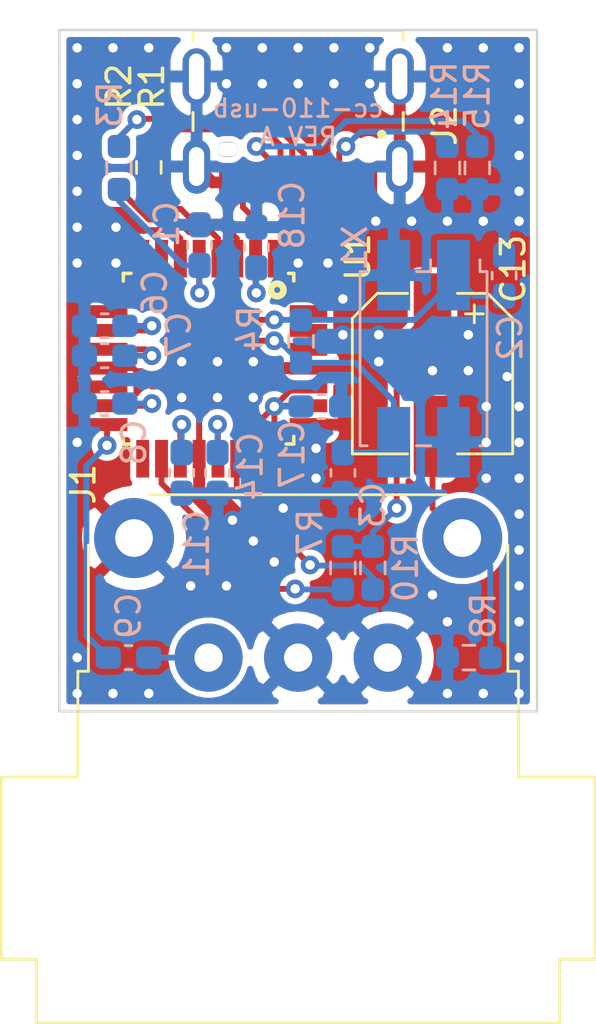
<source format=kicad_pcb>
(kicad_pcb (version 20171130) (host pcbnew 5.1.8-db9833491~88~ubuntu20.04.1)

  (general
    (thickness 1.6)
    (drawings 5)
    (tracks 246)
    (zones 0)
    (modules 25)
    (nets 24)
  )

  (page A4)
  (layers
    (0 F.Cu signal)
    (31 B.Cu signal)
    (32 B.Adhes user)
    (33 F.Adhes user)
    (34 B.Paste user)
    (35 F.Paste user)
    (36 B.SilkS user)
    (37 F.SilkS user)
    (38 B.Mask user)
    (39 F.Mask user)
    (40 Dwgs.User user)
    (41 Cmts.User user)
    (42 Eco1.User user)
    (43 Eco2.User user)
    (44 Edge.Cuts user)
    (45 Margin user)
    (46 B.CrtYd user)
    (47 F.CrtYd user)
    (48 B.Fab user)
    (49 F.Fab user)
  )

  (setup
    (last_trace_width 0.25)
    (user_trace_width 0.5)
    (trace_clearance 0.2)
    (zone_clearance 0.254)
    (zone_45_only no)
    (trace_min 0.2)
    (via_size 0.8)
    (via_drill 0.4)
    (via_min_size 0.4)
    (via_min_drill 0.3)
    (uvia_size 0.3)
    (uvia_drill 0.1)
    (uvias_allowed no)
    (uvia_min_size 0.2)
    (uvia_min_drill 0.1)
    (edge_width 0.05)
    (segment_width 0.2)
    (pcb_text_width 0.3)
    (pcb_text_size 1.5 1.5)
    (mod_edge_width 0.12)
    (mod_text_size 1 1)
    (mod_text_width 0.15)
    (pad_size 1.524 1.524)
    (pad_drill 0.762)
    (pad_to_mask_clearance 0)
    (aux_axis_origin 0 0)
    (visible_elements FEFFF77F)
    (pcbplotparams
      (layerselection 0x010f0_ffffffff)
      (usegerberextensions true)
      (usegerberattributes true)
      (usegerberadvancedattributes true)
      (creategerberjobfile false)
      (excludeedgelayer true)
      (linewidth 0.100000)
      (plotframeref false)
      (viasonmask false)
      (mode 1)
      (useauxorigin false)
      (hpglpennumber 1)
      (hpglpenspeed 20)
      (hpglpendiameter 15.000000)
      (psnegative false)
      (psa4output false)
      (plotreference true)
      (plotvalue true)
      (plotinvisibletext false)
      (padsonsilk false)
      (subtractmaskfromsilk false)
      (outputformat 1)
      (mirror false)
      (drillshape 0)
      (scaleselection 1)
      (outputdirectory "gerber/"))
  )

  (net 0 "")
  (net 1 GND)
  (net 2 "Net-(C1-Pad1)")
  (net 3 "Net-(C2-Pad1)")
  (net 4 "Net-(C3-Pad1)")
  (net 5 "Net-(C6-Pad1)")
  (net 6 "Net-(C7-Pad1)")
  (net 7 "Net-(C8-Pad1)")
  (net 8 "Net-(C9-Pad2)")
  (net 9 "Net-(C9-Pad1)")
  (net 10 "Net-(C11-Pad1)")
  (net 11 "Net-(C13-Pad2)")
  (net 12 "Net-(C13-Pad1)")
  (net 13 "Net-(C14-Pad1)")
  (net 14 "Net-(C17-Pad1)")
  (net 15 "Net-(C18-Pad1)")
  (net 16 "Net-(J2-Pad9)")
  (net 17 "Net-(J2-Pad5)")
  (net 18 "Net-(J2-Pad6)")
  (net 19 "Net-(J2-Pad3)")
  (net 20 "Net-(R1-Pad2)")
  (net 21 "Net-(R2-Pad2)")
  (net 22 "Net-(R7-Pad1)")
  (net 23 "Net-(R10-Pad1)")

  (net_class Default "This is the default net class."
    (clearance 0.2)
    (trace_width 0.25)
    (via_dia 0.8)
    (via_drill 0.4)
    (uvia_dia 0.3)
    (uvia_drill 0.1)
    (add_net GND)
    (add_net "Net-(C1-Pad1)")
    (add_net "Net-(C11-Pad1)")
    (add_net "Net-(C13-Pad1)")
    (add_net "Net-(C13-Pad2)")
    (add_net "Net-(C14-Pad1)")
    (add_net "Net-(C17-Pad1)")
    (add_net "Net-(C18-Pad1)")
    (add_net "Net-(C2-Pad1)")
    (add_net "Net-(C3-Pad1)")
    (add_net "Net-(C6-Pad1)")
    (add_net "Net-(C7-Pad1)")
    (add_net "Net-(C8-Pad1)")
    (add_net "Net-(C9-Pad1)")
    (add_net "Net-(C9-Pad2)")
    (add_net "Net-(J2-Pad3)")
    (add_net "Net-(J2-Pad5)")
    (add_net "Net-(J2-Pad6)")
    (add_net "Net-(J2-Pad9)")
    (add_net "Net-(R1-Pad2)")
    (add_net "Net-(R10-Pad1)")
    (add_net "Net-(R2-Pad2)")
    (add_net "Net-(R7-Pad1)")
  )

  (module cc-110-usb:J_NC4MAH (layer F.Cu) (tedit 5FD04E48) (tstamp 5FD3EBCF)
    (at 0 15.24)
    (path /5FDEF69C)
    (fp_text reference J1 (at -9.144 -7.366 270) (layer F.SilkS)
      (effects (font (size 1 1) (thickness 0.15)))
    )
    (fp_text value XLR4M (at 0 16.92) (layer F.Fab) hide
      (effects (font (size 1 1) (thickness 0.15)))
    )
    (fp_line (start -12.62 12.82) (end -12.62 5.08) (layer F.SilkS) (width 0.12))
    (fp_line (start 12.62 12.82) (end 12.62 5.08) (layer F.SilkS) (width 0.12))
    (fp_line (start 9.37 5.08) (end 12.62 5.08) (layer F.SilkS) (width 0.12))
    (fp_line (start -12.62 5.08) (end -9.37 5.08) (layer F.SilkS) (width 0.12))
    (fp_line (start 11.12 12.82) (end 11.12 15.52) (layer F.SilkS) (width 0.12))
    (fp_line (start -11.12 12.82) (end -11.12 15.52) (layer F.SilkS) (width 0.12))
    (fp_line (start -11.12 12.82) (end -12.62 12.82) (layer F.SilkS) (width 0.12))
    (fp_line (start 12.62 12.82) (end 11.12 12.82) (layer F.SilkS) (width 0.12))
    (fp_line (start 11.12 15.52) (end -11.12 15.52) (layer F.SilkS) (width 0.12))
    (fp_line (start -9.37 5.08) (end -9.37 0.58) (layer F.SilkS) (width 0.12))
    (fp_line (start 8.92 0.58) (end 9.37 0.58) (layer F.SilkS) (width 0.12))
    (fp_line (start 9.37 5.08) (end 9.37 0.58) (layer F.SilkS) (width 0.12))
    (fp_line (start 6.32 -6.92) (end -6.32 -6.92) (layer F.SilkS) (width 0.12))
    (fp_line (start -8.92 0.58) (end -8.92 -4.78) (layer F.SilkS) (width 0.12))
    (fp_line (start 8.92 0.58) (end 8.92 -4.78) (layer F.SilkS) (width 0.12))
    (fp_line (start -8.92 0.58) (end -9.37 0.58) (layer F.SilkS) (width 0.12))
    (pad S thru_hole circle (at 0 0) (size 2.9 2.9) (drill 1.2) (layers *.Cu *.Mask)
      (net 1 GND))
    (pad 2 thru_hole circle (at -3.81 0) (size 2.9 2.9) (drill 1.2) (layers *.Cu *.Mask)
      (net 8 "Net-(C9-Pad2)"))
    (pad "" np_thru_hole circle (at -3.81 3.81) (size 1.6 1.6) (drill 1.6) (layers *.Cu *.Mask))
    (pad "" np_thru_hole circle (at 3.81 8.89) (size 1.6 1.6) (drill 1.6) (layers *.Cu *.Mask))
    (pad 1 thru_hole circle (at -6.98 -5.08) (size 3.4 3.4) (drill 1.6) (layers *.Cu *.Mask)
      (net 1 GND))
    (pad 4 thru_hole circle (at 6.98 -5.08) (size 3.4 3.4) (drill 1.6) (layers *.Cu *.Mask)
      (net 11 "Net-(C13-Pad2)"))
    (pad 3 thru_hole circle (at 3.81 0) (size 2.9 2.9) (drill 1.2) (layers *.Cu *.Mask)
      (net 1 GND))
    (model ${KIPRJMOD}/libraries/cc-110-usb.3dshapes/NC4MAH.wrl
      (at (xyz 0 0 0))
      (scale (xyz 1 1 1))
      (rotate (xyz 0 0 0))
    )
  )

  (module cc-110-usb:R_0603_0.5mm (layer B.Cu) (tedit 5FCDB358) (tstamp 5FD403A5)
    (at 3.175 11.43 90)
    (path /5FD7EF06)
    (attr smd)
    (fp_text reference R10 (at 0 1.397 90) (layer B.SilkS)
      (effects (font (size 1 1) (thickness 0.15)) (justify mirror))
    )
    (fp_text value 22R (at 0 -1.43 90) (layer B.Fab) hide
      (effects (font (size 1 1) (thickness 0.15)) (justify mirror))
    )
    (fp_line (start -0.254724 -0.5225) (end 0.254724 -0.5225) (layer B.SilkS) (width 0.12))
    (fp_line (start -0.254724 0.5225) (end 0.254724 0.5225) (layer B.SilkS) (width 0.12))
    (fp_line (start 0.8 0.4125) (end 0.8 -0.4125) (layer B.Fab) (width 0.1))
    (fp_line (start -0.8 -0.4125) (end -0.8 0.4125) (layer B.Fab) (width 0.1))
    (pad 2 smd roundrect (at 0.9125 0 90) (size 0.975 0.95) (layers B.Cu B.Paste B.Mask) (roundrect_rratio 0.25)
      (net 12 "Net-(C13-Pad1)"))
    (pad 1 smd roundrect (at -0.9125 0 90) (size 0.975 0.95) (layers B.Cu B.Paste B.Mask) (roundrect_rratio 0.25)
      (net 23 "Net-(R10-Pad1)"))
    (model ${KISYS3DMOD}/Resistor_SMD.3dshapes/R_0603_1608Metric.wrl
      (at (xyz 0 0 0))
      (scale (xyz 1 1 1))
      (rotate (xyz 0 0 0))
    )
  )

  (module cc-110-usb:R_0603_0.5mm (layer B.Cu) (tedit 5FCDB358) (tstamp 5FD40389)
    (at 1.905 11.43 90)
    (path /5FD7F9BE)
    (attr smd)
    (fp_text reference R7 (at 1.524 -1.397 90) (layer B.SilkS)
      (effects (font (size 1 1) (thickness 0.15)) (justify mirror))
    )
    (fp_text value 22R (at 0 -1.43 90) (layer B.Fab) hide
      (effects (font (size 1 1) (thickness 0.15)) (justify mirror))
    )
    (fp_line (start -0.254724 -0.5225) (end 0.254724 -0.5225) (layer B.SilkS) (width 0.12))
    (fp_line (start -0.254724 0.5225) (end 0.254724 0.5225) (layer B.SilkS) (width 0.12))
    (fp_line (start 0.8 0.4125) (end 0.8 -0.4125) (layer B.Fab) (width 0.1))
    (fp_line (start -0.8 -0.4125) (end -0.8 0.4125) (layer B.Fab) (width 0.1))
    (pad 2 smd roundrect (at 0.9125 0 90) (size 0.975 0.95) (layers B.Cu B.Paste B.Mask) (roundrect_rratio 0.25)
      (net 12 "Net-(C13-Pad1)"))
    (pad 1 smd roundrect (at -0.9125 0 90) (size 0.975 0.95) (layers B.Cu B.Paste B.Mask) (roundrect_rratio 0.25)
      (net 22 "Net-(R7-Pad1)"))
    (model ${KISYS3DMOD}/Resistor_SMD.3dshapes/R_0603_1608Metric.wrl
      (at (xyz 0 0 0))
      (scale (xyz 1 1 1))
      (rotate (xyz 0 0 0))
    )
  )

  (module cc-110-usb:C_0603_0.9mm (layer B.Cu) (tedit 5FCDB352) (tstamp 5FD40231)
    (at -8.2285 1.143 180)
    (path /5FDC2B15)
    (attr smd)
    (fp_text reference C6 (at -2.1325 1.397 90) (layer B.SilkS)
      (effects (font (size 1 1) (thickness 0.15)) (justify mirror))
    )
    (fp_text value 1u (at 0 -1.43) (layer B.Fab) hide
      (effects (font (size 1 1) (thickness 0.15)) (justify mirror))
    )
    (fp_line (start -0.8 -0.4) (end -0.8 0.4) (layer B.Fab) (width 0.1))
    (fp_line (start 0.8 0.4) (end 0.8 -0.4) (layer B.Fab) (width 0.1))
    (fp_line (start -0.146267 0.51) (end 0.146267 0.51) (layer B.SilkS) (width 0.12))
    (fp_line (start -0.146267 -0.51) (end 0.146267 -0.51) (layer B.SilkS) (width 0.12))
    (pad 2 smd roundrect (at 0.8625 0 180) (size 1.075 0.95) (layers B.Cu B.Paste B.Mask) (roundrect_rratio 0.25)
      (net 1 GND))
    (pad 1 smd roundrect (at -0.8625 0 180) (size 1.075 0.95) (layers B.Cu B.Paste B.Mask) (roundrect_rratio 0.25)
      (net 5 "Net-(C6-Pad1)"))
    (model ${KISYS3DMOD}/Capacitor_SMD.3dshapes/C_0603_1608Metric.wrl
      (at (xyz 0 0 -0))
      (scale (xyz 1 1 1))
      (rotate (xyz 0 0 0))
    )
  )

  (module cc-110-usb:X_7050_1.3mm (layer B.Cu) (tedit 5FCEE57D) (tstamp 5FD4623F)
    (at 5.334 2.54 270)
    (path /5FF9996C)
    (attr smd)
    (fp_text reference X1 (at -4.699 2.921 90) (layer B.SilkS)
      (effects (font (size 1 1) (thickness 0.15)) (justify mirror))
    )
    (fp_text value 6MHz (at 0 -3.7 90) (layer B.Fab) hide
      (effects (font (size 1 1) (thickness 0.15)) (justify mirror))
    )
    (fp_line (start -3.7 2.4) (end -3.7 2.7) (layer B.SilkS) (width 0.12))
    (fp_line (start -3.7 2.7) (end 3.7 2.7) (layer B.SilkS) (width 0.12))
    (fp_line (start 3.7 2.7) (end 3.7 2.4) (layer B.SilkS) (width 0.12))
    (fp_line (start -4.2 -2.4) (end -3.7 -2.4) (layer B.SilkS) (width 0.12))
    (fp_line (start -3.7 -2.4) (end -3.7 -2.7) (layer B.SilkS) (width 0.12))
    (fp_line (start -3.7 -2.7) (end 3.7 -2.7) (layer B.SilkS) (width 0.12))
    (fp_line (start 3.7 -2.7) (end 3.7 -2.4) (layer B.SilkS) (width 0.12))
    (fp_line (start -4.2 -0.3) (end -3.7 -0.3) (layer B.SilkS) (width 0.12))
    (fp_line (start -3.7 -0.3) (end -3.7 0.3) (layer B.SilkS) (width 0.12))
    (fp_line (start 3.7 0.3) (end 3.7 -0.3) (layer B.SilkS) (width 0.12))
    (pad C smd rect (at -3.55 1.27 270) (size 3 1.4) (layers B.Cu B.Paste B.Mask)
      (net 1 GND))
    (pad 3 smd rect (at 3.55 1.27 270) (size 3 1.4) (layers B.Cu B.Paste B.Mask)
      (net 4 "Net-(C3-Pad1)"))
    (pad C smd rect (at 3.55 -1.27 270) (size 3 1.4) (layers B.Cu B.Paste B.Mask)
      (net 1 GND))
    (pad 1 smd rect (at -3.55 -1.27 270) (size 3 1.4) (layers B.Cu B.Paste B.Mask)
      (net 3 "Net-(C2-Pad1)"))
    (model ${KIPRJMOD}/libraries/cc-110-usb.3dshapes/ABMM-6.000MHZ-B2-T.wrl
      (at (xyz 0 0 0))
      (scale (xyz 1 1 1))
      (rotate (xyz 0 0 0))
    )
  )

  (module cc-110-usb:U_TQFP-32_7x7mm_P0.8mm (layer F.Cu) (tedit 5FCF070C) (tstamp 5FD41D8F)
    (at -3.81 2.54 270)
    (tags "QFP 0.8")
    (path /5FD243AE)
    (attr smd)
    (fp_text reference U1 (at -4.318 -6.35 90) (layer F.SilkS)
      (effects (font (size 1 1) (thickness 0.15)))
    )
    (fp_text value PCM2912A (at 0 6.05 90) (layer F.Fab) hide
      (effects (font (size 1 1) (thickness 0.15)))
    )
    (fp_line (start 3.625 -3.625) (end 3.3 -3.625) (layer F.SilkS) (width 0.15))
    (fp_line (start 3.625 3.625) (end 3.3 3.625) (layer F.SilkS) (width 0.15))
    (fp_line (start -3.625 3.625) (end -3.3 3.625) (layer F.SilkS) (width 0.15))
    (fp_line (start -3.625 -3.625) (end -3.3 -3.625) (layer F.SilkS) (width 0.15))
    (fp_line (start -3.625 3.625) (end -3.625 3.3) (layer F.SilkS) (width 0.15))
    (fp_line (start 3.625 3.625) (end 3.625 3.3) (layer F.SilkS) (width 0.15))
    (fp_line (start 3.625 -3.625) (end 3.625 -3.3) (layer F.SilkS) (width 0.15))
    (fp_line (start -3.625 -3.625) (end -3.625 -3.4) (layer F.SilkS) (width 0.15))
    (fp_circle (center -2.921 -2.921) (end -2.794 -2.921) (layer F.SilkS) (width 0.28))
    (pad 1 smd rect (at -4.25 -2.8 270) (size 1.6 0.55) (layers F.Cu F.Paste F.Mask)
      (net 1 GND))
    (pad 2 smd rect (at -4.25 -2 270) (size 1.6 0.55) (layers F.Cu F.Paste F.Mask)
      (net 15 "Net-(C18-Pad1)"))
    (pad 3 smd rect (at -4.25 -1.2 270) (size 1.6 0.55) (layers F.Cu F.Paste F.Mask)
      (net 20 "Net-(R1-Pad2)"))
    (pad 4 smd rect (at -4.25 -0.4 270) (size 1.6 0.55) (layers F.Cu F.Paste F.Mask)
      (net 21 "Net-(R2-Pad2)"))
    (pad 5 smd rect (at -4.25 0.4 270) (size 1.6 0.55) (layers F.Cu F.Paste F.Mask)
      (net 2 "Net-(C1-Pad1)"))
    (pad 6 smd rect (at -4.25 1.2 270) (size 1.6 0.55) (layers F.Cu F.Paste F.Mask)
      (net 1 GND))
    (pad 7 smd rect (at -4.25 2 270) (size 1.6 0.55) (layers F.Cu F.Paste F.Mask)
      (net 3 "Net-(C2-Pad1)"))
    (pad 8 smd rect (at -4.25 2.8 270) (size 1.6 0.55) (layers F.Cu F.Paste F.Mask)
      (net 4 "Net-(C3-Pad1)"))
    (pad 9 smd rect (at -2.8 4.25) (size 1.6 0.55) (layers F.Cu F.Paste F.Mask))
    (pad 10 smd rect (at -2 4.25) (size 1.6 0.55) (layers F.Cu F.Paste F.Mask))
    (pad 11 smd rect (at -1.2 4.25) (size 1.6 0.55) (layers F.Cu F.Paste F.Mask)
      (net 5 "Net-(C6-Pad1)"))
    (pad 12 smd rect (at -0.4 4.25) (size 1.6 0.55) (layers F.Cu F.Paste F.Mask)
      (net 6 "Net-(C7-Pad1)"))
    (pad 13 smd rect (at 0.4 4.25) (size 1.6 0.55) (layers F.Cu F.Paste F.Mask)
      (net 1 GND))
    (pad 14 smd rect (at 1.2 4.25) (size 1.6 0.55) (layers F.Cu F.Paste F.Mask))
    (pad 15 smd rect (at 2 4.25) (size 1.6 0.55) (layers F.Cu F.Paste F.Mask)
      (net 7 "Net-(C8-Pad1)"))
    (pad 16 smd rect (at 2.8 4.25) (size 1.6 0.55) (layers F.Cu F.Paste F.Mask)
      (net 9 "Net-(C9-Pad1)"))
    (pad 17 smd rect (at 4.25 2.8 270) (size 1.6 0.55) (layers F.Cu F.Paste F.Mask))
    (pad 18 smd rect (at 4.25 2 270) (size 1.6 0.55) (layers F.Cu F.Paste F.Mask)
      (net 22 "Net-(R7-Pad1)"))
    (pad 19 smd rect (at 4.25 1.2 270) (size 1.6 0.55) (layers F.Cu F.Paste F.Mask)
      (net 10 "Net-(C11-Pad1)"))
    (pad 20 smd rect (at 4.25 0.4 270) (size 1.6 0.55) (layers F.Cu F.Paste F.Mask)
      (net 1 GND))
    (pad 21 smd rect (at 4.25 -0.4 270) (size 1.6 0.55) (layers F.Cu F.Paste F.Mask)
      (net 13 "Net-(C14-Pad1)"))
    (pad 22 smd rect (at 4.25 -1.2 270) (size 1.6 0.55) (layers F.Cu F.Paste F.Mask)
      (net 23 "Net-(R10-Pad1)"))
    (pad 23 smd rect (at 4.25 -2 270) (size 1.6 0.55) (layers F.Cu F.Paste F.Mask)
      (net 14 "Net-(C17-Pad1)"))
    (pad 24 smd rect (at 4.25 -2.8 270) (size 1.6 0.55) (layers F.Cu F.Paste F.Mask)
      (net 14 "Net-(C17-Pad1)"))
    (pad 25 smd rect (at 2.8 -4.25) (size 1.6 0.55) (layers F.Cu F.Paste F.Mask)
      (net 1 GND))
    (pad 26 smd rect (at 2 -4.25) (size 1.6 0.55) (layers F.Cu F.Paste F.Mask)
      (net 14 "Net-(C17-Pad1)"))
    (pad 27 smd rect (at 1.2 -4.25) (size 1.6 0.55) (layers F.Cu F.Paste F.Mask)
      (net 14 "Net-(C17-Pad1)"))
    (pad 28 smd rect (at 0.4 -4.25) (size 1.6 0.55) (layers F.Cu F.Paste F.Mask)
      (net 1 GND))
    (pad 29 smd rect (at -0.4 -4.25) (size 1.6 0.55) (layers F.Cu F.Paste F.Mask))
    (pad 30 smd rect (at -1.2 -4.25) (size 1.6 0.55) (layers F.Cu F.Paste F.Mask))
    (pad 31 smd rect (at -2 -4.25) (size 1.6 0.55) (layers F.Cu F.Paste F.Mask))
    (pad 32 smd rect (at -2.8 -4.25) (size 1.6 0.55) (layers F.Cu F.Paste F.Mask))
    (model ${KISYS3DMOD}/Package_QFP.3dshapes/TQFP-32_7x7mm_P0.8mm.wrl
      (at (xyz 0 0 0))
      (scale (xyz 1 1 1))
      (rotate (xyz 0 0 0))
    )
  )

  (module cc-110-usb:R_0603_0.5mm (layer B.Cu) (tedit 5FCDB358) (tstamp 5FD44E60)
    (at 7.62 -5.5645 270)
    (path /5FD32D63)
    (attr smd)
    (fp_text reference R15 (at -3.0715 0 270) (layer B.SilkS)
      (effects (font (size 1 1) (thickness 0.15)) (justify mirror))
    )
    (fp_text value 5k1 (at 0 -1.43 270) (layer B.Fab) hide
      (effects (font (size 1 1) (thickness 0.15)) (justify mirror))
    )
    (fp_line (start -0.254724 -0.5225) (end 0.254724 -0.5225) (layer B.SilkS) (width 0.12))
    (fp_line (start -0.254724 0.5225) (end 0.254724 0.5225) (layer B.SilkS) (width 0.12))
    (fp_line (start 0.8 0.4125) (end 0.8 -0.4125) (layer B.Fab) (width 0.1))
    (fp_line (start -0.8 -0.4125) (end -0.8 0.4125) (layer B.Fab) (width 0.1))
    (pad 2 smd roundrect (at 0.9125 0 270) (size 0.975 0.95) (layers B.Cu B.Paste B.Mask) (roundrect_rratio 0.25)
      (net 1 GND))
    (pad 1 smd roundrect (at -0.9125 0 270) (size 0.975 0.95) (layers B.Cu B.Paste B.Mask) (roundrect_rratio 0.25)
      (net 16 "Net-(J2-Pad9)"))
    (model ${KISYS3DMOD}/Resistor_SMD.3dshapes/R_0603_1608Metric.wrl
      (at (xyz 0 0 0))
      (scale (xyz 1 1 1))
      (rotate (xyz 0 0 0))
    )
  )

  (module cc-110-usb:R_0603_0.5mm (layer B.Cu) (tedit 5FCDB358) (tstamp 5FD3F263)
    (at 6.35 -5.5645 270)
    (path /5FD32993)
    (attr smd)
    (fp_text reference R14 (at -3.0715 0.127 270) (layer B.SilkS)
      (effects (font (size 1 1) (thickness 0.15)) (justify mirror))
    )
    (fp_text value 5k1 (at 0 -1.43 270) (layer B.Fab) hide
      (effects (font (size 1 1) (thickness 0.15)) (justify mirror))
    )
    (fp_line (start -0.254724 -0.5225) (end 0.254724 -0.5225) (layer B.SilkS) (width 0.12))
    (fp_line (start -0.254724 0.5225) (end 0.254724 0.5225) (layer B.SilkS) (width 0.12))
    (fp_line (start 0.8 0.4125) (end 0.8 -0.4125) (layer B.Fab) (width 0.1))
    (fp_line (start -0.8 -0.4125) (end -0.8 0.4125) (layer B.Fab) (width 0.1))
    (pad 2 smd roundrect (at 0.9125 0 270) (size 0.975 0.95) (layers B.Cu B.Paste B.Mask) (roundrect_rratio 0.25)
      (net 1 GND))
    (pad 1 smd roundrect (at -0.9125 0 270) (size 0.975 0.95) (layers B.Cu B.Paste B.Mask) (roundrect_rratio 0.25)
      (net 19 "Net-(J2-Pad3)"))
    (model ${KISYS3DMOD}/Resistor_SMD.3dshapes/R_0603_1608Metric.wrl
      (at (xyz 0 0 0))
      (scale (xyz 1 1 1))
      (rotate (xyz 0 0 0))
    )
  )

  (module cc-110-usb:R_0603_0.5mm (layer B.Cu) (tedit 5FCDB358) (tstamp 5FD3F356)
    (at 7.2625 15.24 180)
    (path /5FE0CFF3)
    (attr smd)
    (fp_text reference R8 (at -0.6115 1.778 270) (layer B.SilkS)
      (effects (font (size 1 1) (thickness 0.15)) (justify mirror))
    )
    (fp_text value 3k3 (at 0 -1.43 180) (layer B.Fab) hide
      (effects (font (size 1 1) (thickness 0.15)) (justify mirror))
    )
    (fp_line (start -0.254724 -0.5225) (end 0.254724 -0.5225) (layer B.SilkS) (width 0.12))
    (fp_line (start -0.254724 0.5225) (end 0.254724 0.5225) (layer B.SilkS) (width 0.12))
    (fp_line (start 0.8 0.4125) (end 0.8 -0.4125) (layer B.Fab) (width 0.1))
    (fp_line (start -0.8 -0.4125) (end -0.8 0.4125) (layer B.Fab) (width 0.1))
    (pad 2 smd roundrect (at 0.9125 0 180) (size 0.975 0.95) (layers B.Cu B.Paste B.Mask) (roundrect_rratio 0.25)
      (net 1 GND))
    (pad 1 smd roundrect (at -0.9125 0 180) (size 0.975 0.95) (layers B.Cu B.Paste B.Mask) (roundrect_rratio 0.25)
      (net 11 "Net-(C13-Pad2)"))
    (model ${KISYS3DMOD}/Resistor_SMD.3dshapes/R_0603_1608Metric.wrl
      (at (xyz 0 0 0))
      (scale (xyz 1 1 1))
      (rotate (xyz 0 0 0))
    )
  )

  (module cc-110-usb:R_0603_0.5mm (layer B.Cu) (tedit 5FCDB358) (tstamp 5FD474FF)
    (at 0.127 1.8015 90)
    (path /5FF9AFAA)
    (attr smd)
    (fp_text reference R4 (at 0.5315 -2.159 90) (layer B.SilkS)
      (effects (font (size 1 1) (thickness 0.15)) (justify mirror))
    )
    (fp_text value 1M (at 0 -1.43 270) (layer B.Fab) hide
      (effects (font (size 1 1) (thickness 0.15)) (justify mirror))
    )
    (fp_line (start -0.8 -0.4125) (end -0.8 0.4125) (layer B.Fab) (width 0.1))
    (fp_line (start 0.8 0.4125) (end 0.8 -0.4125) (layer B.Fab) (width 0.1))
    (fp_line (start -0.254724 0.5225) (end 0.254724 0.5225) (layer B.SilkS) (width 0.12))
    (fp_line (start -0.254724 -0.5225) (end 0.254724 -0.5225) (layer B.SilkS) (width 0.12))
    (pad 1 smd roundrect (at -0.9125 0 90) (size 0.975 0.95) (layers B.Cu B.Paste B.Mask) (roundrect_rratio 0.25)
      (net 4 "Net-(C3-Pad1)"))
    (pad 2 smd roundrect (at 0.9125 0 90) (size 0.975 0.95) (layers B.Cu B.Paste B.Mask) (roundrect_rratio 0.25)
      (net 3 "Net-(C2-Pad1)"))
    (model ${KISYS3DMOD}/Resistor_SMD.3dshapes/R_0603_1608Metric.wrl
      (at (xyz 0 0 0))
      (scale (xyz 1 1 1))
      (rotate (xyz 0 0 0))
    )
  )

  (module cc-110-usb:R_0603_0.5mm (layer B.Cu) (tedit 5FCDB358) (tstamp 5FD3F3A7)
    (at -7.62 -5.5645 270)
    (path /5FD3E7DC)
    (attr smd)
    (fp_text reference R3 (at -2.6905 0.381 270) (layer B.SilkS)
      (effects (font (size 1 1) (thickness 0.15)) (justify mirror))
    )
    (fp_text value 1k5 (at 0 -1.43 270) (layer B.Fab) hide
      (effects (font (size 1 1) (thickness 0.15)) (justify mirror))
    )
    (fp_line (start -0.8 -0.4125) (end -0.8 0.4125) (layer B.Fab) (width 0.1))
    (fp_line (start 0.8 0.4125) (end 0.8 -0.4125) (layer B.Fab) (width 0.1))
    (fp_line (start -0.254724 0.5225) (end 0.254724 0.5225) (layer B.SilkS) (width 0.12))
    (fp_line (start -0.254724 -0.5225) (end 0.254724 -0.5225) (layer B.SilkS) (width 0.12))
    (pad 1 smd roundrect (at -0.9125 0 270) (size 0.975 0.95) (layers B.Cu B.Paste B.Mask) (roundrect_rratio 0.25)
      (net 18 "Net-(J2-Pad6)"))
    (pad 2 smd roundrect (at 0.9125 0 270) (size 0.975 0.95) (layers B.Cu B.Paste B.Mask) (roundrect_rratio 0.25)
      (net 2 "Net-(C1-Pad1)"))
    (model ${KISYS3DMOD}/Resistor_SMD.3dshapes/R_0603_1608Metric.wrl
      (at (xyz 0 0 0))
      (scale (xyz 1 1 1))
      (rotate (xyz 0 0 0))
    )
  )

  (module cc-110-usb:R_0603_0.5mm (layer F.Cu) (tedit 5FCDB358) (tstamp 5FD3F3C2)
    (at -7.62 -5.5645 270)
    (path /5FD315C6)
    (attr smd)
    (fp_text reference R2 (at -3.4525 0 90) (layer F.SilkS)
      (effects (font (size 1 1) (thickness 0.15)))
    )
    (fp_text value 22R (at 0 1.43 90) (layer F.Fab) hide
      (effects (font (size 1 1) (thickness 0.15)))
    )
    (fp_line (start -0.254724 0.5225) (end 0.254724 0.5225) (layer F.SilkS) (width 0.12))
    (fp_line (start -0.254724 -0.5225) (end 0.254724 -0.5225) (layer F.SilkS) (width 0.12))
    (fp_line (start 0.8 -0.4125) (end 0.8 0.4125) (layer F.Fab) (width 0.1))
    (fp_line (start -0.8 0.4125) (end -0.8 -0.4125) (layer F.Fab) (width 0.1))
    (pad 2 smd roundrect (at 0.9125 0 270) (size 0.975 0.95) (layers F.Cu F.Paste F.Mask) (roundrect_rratio 0.25)
      (net 21 "Net-(R2-Pad2)"))
    (pad 1 smd roundrect (at -0.9125 0 270) (size 0.975 0.95) (layers F.Cu F.Paste F.Mask) (roundrect_rratio 0.25)
      (net 18 "Net-(J2-Pad6)"))
    (model ${KISYS3DMOD}/Resistor_SMD.3dshapes/R_0603_1608Metric.wrl
      (at (xyz 0 0 0))
      (scale (xyz 1 1 1))
      (rotate (xyz 0 0 0))
    )
  )

  (module cc-110-usb:R_0603_0.5mm (layer F.Cu) (tedit 5FCDB358) (tstamp 5FD41B29)
    (at -6.35 -5.588 270)
    (path /5FD30946)
    (attr smd)
    (fp_text reference R1 (at -3.429 -0.127 90) (layer F.SilkS)
      (effects (font (size 1 1) (thickness 0.15)))
    )
    (fp_text value 22R (at 0 1.43 90) (layer F.Fab) hide
      (effects (font (size 1 1) (thickness 0.15)))
    )
    (fp_line (start -0.8 0.4125) (end -0.8 -0.4125) (layer F.Fab) (width 0.1))
    (fp_line (start 0.8 -0.4125) (end 0.8 0.4125) (layer F.Fab) (width 0.1))
    (fp_line (start -0.254724 -0.5225) (end 0.254724 -0.5225) (layer F.SilkS) (width 0.12))
    (fp_line (start -0.254724 0.5225) (end 0.254724 0.5225) (layer F.SilkS) (width 0.12))
    (pad 1 smd roundrect (at -0.9125 0 270) (size 0.975 0.95) (layers F.Cu F.Paste F.Mask) (roundrect_rratio 0.25)
      (net 17 "Net-(J2-Pad5)"))
    (pad 2 smd roundrect (at 0.9125 0 270) (size 0.975 0.95) (layers F.Cu F.Paste F.Mask) (roundrect_rratio 0.25)
      (net 20 "Net-(R1-Pad2)"))
    (model ${KISYS3DMOD}/Resistor_SMD.3dshapes/R_0603_1608Metric.wrl
      (at (xyz 0 0 0))
      (scale (xyz 1 1 1))
      (rotate (xyz 0 0 0))
    )
  )

  (module cc-110-usb:J_DX07S016JA1R1500 (layer F.Cu) (tedit 5FD4439B) (tstamp 5FD42BF1)
    (at 0 -6.35 180)
    (path /5FD261A7)
    (fp_text reference J2 (at -6.223 1.016 90) (layer F.SilkS)
      (effects (font (size 1 1) (thickness 0.15)))
    )
    (fp_text value USB2.0_C (at 8.2 6.635) (layer F.Fab) hide
      (effects (font (size 1 1) (thickness 0.015)))
    )
    (fp_circle (center -3.556 0.635) (end -3.456 0.635) (layer F.SilkS) (width 0.2))
    (fp_line (start -4.47 0.805) (end -4.47 1.57) (layer F.SilkS) (width 0.127))
    (fp_line (start -4.47 5.05) (end -4.47 4.63) (layer F.SilkS) (width 0.127))
    (fp_line (start 4.47 5.05) (end -4.47 5.05) (layer F.SilkS) (width 0.127))
    (fp_line (start 4.47 4.63) (end 4.47 5.05) (layer F.SilkS) (width 0.127))
    (fp_line (start 4.47 0.805) (end 4.47 1.57) (layer F.SilkS) (width 0.127))
    (pad 1 smd rect (at -3.1 -1.4 180) (size 0.52 1.6) (layers F.Cu F.Paste F.Mask)
      (net 1 GND))
    (pad 12 smd rect (at 3.1 -1.4 180) (size 0.52 1.6) (layers F.Cu F.Paste F.Mask)
      (net 1 GND))
    (pad 2 smd rect (at -2.35 -1.4 180) (size 0.52 1.6) (layers F.Cu F.Paste F.Mask)
      (net 15 "Net-(C18-Pad1)"))
    (pad 11 smd rect (at 2.35 -1.4 180) (size 0.52 1.6) (layers F.Cu F.Paste F.Mask)
      (net 15 "Net-(C18-Pad1)"))
    (pad 3 smd rect (at -1.75 -1.4 180) (size 0.27 1.6) (layers F.Cu F.Paste F.Mask)
      (net 19 "Net-(J2-Pad3)"))
    (pad 10 smd rect (at 1.75 -1.4 180) (size 0.27 1.6) (layers F.Cu F.Paste F.Mask))
    (pad 4 smd rect (at -1.25 -1.4 180) (size 0.27 1.6) (layers F.Cu F.Paste F.Mask))
    (pad 5 smd rect (at -0.75 -1.4 180) (size 0.27 1.6) (layers F.Cu F.Paste F.Mask)
      (net 17 "Net-(J2-Pad5)"))
    (pad 6 smd rect (at -0.25 -1.4 180) (size 0.27 1.6) (layers F.Cu F.Paste F.Mask)
      (net 18 "Net-(J2-Pad6)"))
    (pad 7 smd rect (at 0.25 -1.4 180) (size 0.27 1.6) (layers F.Cu F.Paste F.Mask)
      (net 18 "Net-(J2-Pad6)"))
    (pad 8 smd rect (at 0.75 -1.4 180) (size 0.27 1.6) (layers F.Cu F.Paste F.Mask)
      (net 17 "Net-(J2-Pad5)"))
    (pad 9 smd rect (at 1.25 -1.4 180) (size 0.27 1.6) (layers F.Cu F.Paste F.Mask)
      (net 16 "Net-(J2-Pad9)"))
    (pad "" np_thru_hole oval (at 3 0 180) (size 0.88 0.63) (drill oval 0.88 0.6) (layers *.Cu *.Mask))
    (pad "" np_thru_hole circle (at -3 0 180) (size 0.63 0.63) (drill 0.63) (layers *.Cu *.Mask))
    (pad S thru_hole oval (at -4.32 -0.725 180) (size 1.158 2.316) (drill oval 0.65 1.65) (layers *.Cu *.Mask)
      (net 1 GND))
    (pad S thru_hole oval (at 4.32 -0.725 180) (size 1.158 2.316) (drill oval 0.65 1.65) (layers *.Cu *.Mask)
      (net 1 GND))
    (pad S thru_hole oval (at -4.32 3.1 180) (size 1.2 2.4) (drill oval 0.65 1.95) (layers *.Cu *.Mask)
      (net 1 GND))
    (pad S thru_hole oval (at 4.32 3.1 180) (size 1.2 2.4) (drill oval 0.65 1.95) (layers *.Cu *.Mask)
      (net 1 GND))
    (model ${KIPRJMOD}/libraries/cc-110-usb.3dshapes/DX07S016JA1R1500.wrl
      (at (xyz 0 0 0))
      (scale (xyz 1 1 1))
      (rotate (xyz 0 0 0))
    )
  )

  (module cc-110-usb:C_0603_0.9mm (layer B.Cu) (tedit 5FCDB352) (tstamp 5FD3F2B4)
    (at -1.778 -2.1855 90)
    (path /5FD78217)
    (attr smd)
    (fp_text reference C18 (at 1.3705 1.524 90) (layer B.SilkS)
      (effects (font (size 1 1) (thickness 0.15)) (justify mirror))
    )
    (fp_text value 1u (at 0 -1.43 90) (layer B.Fab) hide
      (effects (font (size 1 1) (thickness 0.15)) (justify mirror))
    )
    (fp_line (start -0.8 -0.4) (end -0.8 0.4) (layer B.Fab) (width 0.1))
    (fp_line (start 0.8 0.4) (end 0.8 -0.4) (layer B.Fab) (width 0.1))
    (fp_line (start -0.146267 0.51) (end 0.146267 0.51) (layer B.SilkS) (width 0.12))
    (fp_line (start -0.146267 -0.51) (end 0.146267 -0.51) (layer B.SilkS) (width 0.12))
    (pad 2 smd roundrect (at 0.8625 0 90) (size 1.075 0.95) (layers B.Cu B.Paste B.Mask) (roundrect_rratio 0.25)
      (net 1 GND))
    (pad 1 smd roundrect (at -0.8625 0 90) (size 1.075 0.95) (layers B.Cu B.Paste B.Mask) (roundrect_rratio 0.25)
      (net 15 "Net-(C18-Pad1)"))
    (model ${KISYS3DMOD}/Capacitor_SMD.3dshapes/C_0603_1608Metric.wrl
      (at (xyz 0 0 -0))
      (scale (xyz 1 1 1))
      (rotate (xyz 0 0 0))
    )
  )

  (module cc-110-usb:C_0603_0.9mm (layer B.Cu) (tedit 5FCDB352) (tstamp 5FD4460B)
    (at 0.9895 4.572)
    (path /5FDB216B)
    (attr smd)
    (fp_text reference C17 (at -1.2435 2.032 270) (layer B.SilkS)
      (effects (font (size 1 1) (thickness 0.15)) (justify mirror))
    )
    (fp_text value 1u (at 0 -1.43 180) (layer B.Fab) hide
      (effects (font (size 1 1) (thickness 0.15)) (justify mirror))
    )
    (fp_line (start -0.8 -0.4) (end -0.8 0.4) (layer B.Fab) (width 0.1))
    (fp_line (start 0.8 0.4) (end 0.8 -0.4) (layer B.Fab) (width 0.1))
    (fp_line (start -0.146267 0.51) (end 0.146267 0.51) (layer B.SilkS) (width 0.12))
    (fp_line (start -0.146267 -0.51) (end 0.146267 -0.51) (layer B.SilkS) (width 0.12))
    (pad 2 smd roundrect (at 0.8625 0) (size 1.075 0.95) (layers B.Cu B.Paste B.Mask) (roundrect_rratio 0.25)
      (net 1 GND))
    (pad 1 smd roundrect (at -0.8625 0) (size 1.075 0.95) (layers B.Cu B.Paste B.Mask) (roundrect_rratio 0.25)
      (net 14 "Net-(C17-Pad1)"))
    (model ${KISYS3DMOD}/Capacitor_SMD.3dshapes/C_0603_1608Metric.wrl
      (at (xyz 0 0 -0))
      (scale (xyz 1 1 1))
      (rotate (xyz 0 0 0))
    )
  )

  (module cc-110-usb:C_0603_0.9mm (layer B.Cu) (tedit 5FCDB352) (tstamp 5FD3F2EA)
    (at -3.429 7.3925 270)
    (path /5FD897AF)
    (attr smd)
    (fp_text reference C14 (at -0.2805 -1.397 90) (layer B.SilkS)
      (effects (font (size 1 1) (thickness 0.15)) (justify mirror))
    )
    (fp_text value 1u (at 0 -1.43 90) (layer B.Fab) hide
      (effects (font (size 1 1) (thickness 0.15)) (justify mirror))
    )
    (fp_line (start -0.8 -0.4) (end -0.8 0.4) (layer B.Fab) (width 0.1))
    (fp_line (start 0.8 0.4) (end 0.8 -0.4) (layer B.Fab) (width 0.1))
    (fp_line (start -0.146267 0.51) (end 0.146267 0.51) (layer B.SilkS) (width 0.12))
    (fp_line (start -0.146267 -0.51) (end 0.146267 -0.51) (layer B.SilkS) (width 0.12))
    (pad 2 smd roundrect (at 0.8625 0 270) (size 1.075 0.95) (layers B.Cu B.Paste B.Mask) (roundrect_rratio 0.25)
      (net 1 GND))
    (pad 1 smd roundrect (at -0.8625 0 270) (size 1.075 0.95) (layers B.Cu B.Paste B.Mask) (roundrect_rratio 0.25)
      (net 13 "Net-(C14-Pad1)"))
    (model ${KISYS3DMOD}/Capacitor_SMD.3dshapes/C_0603_1608Metric.wrl
      (at (xyz 0 0 -0))
      (scale (xyz 1 1 1))
      (rotate (xyz 0 0 0))
    )
  )

  (module cc-110-usb:C_6.3x7.7mm (layer F.Cu) (tedit 5FCDB347) (tstamp 5FD3F11C)
    (at 5.715 3.175 270)
    (path /5FE0F07A)
    (attr smd)
    (fp_text reference C13 (at -4.445 -3.429 90) (layer F.SilkS)
      (effects (font (size 1 1) (thickness 0.15)))
    )
    (fp_text value 100u (at 0 4.35 90) (layer F.Fab) hide
      (effects (font (size 1 1) (thickness 0.15)))
    )
    (fp_line (start -3.41 2.345563) (end -2.345563 3.41) (layer F.SilkS) (width 0.12))
    (fp_line (start -3.41 -2.345563) (end -2.345563 -3.41) (layer F.SilkS) (width 0.12))
    (fp_line (start -3.41 -2.345563) (end -3.41 -1.06) (layer F.SilkS) (width 0.12))
    (fp_line (start -3.41 2.345563) (end -3.41 1.06) (layer F.SilkS) (width 0.12))
    (fp_line (start -2.345563 3.41) (end 3.41 3.41) (layer F.SilkS) (width 0.12))
    (fp_line (start -2.345563 -3.41) (end 3.41 -3.41) (layer F.SilkS) (width 0.12))
    (fp_line (start 3.41 -3.41) (end 3.41 -1.06) (layer F.SilkS) (width 0.12))
    (fp_line (start 3.41 3.41) (end 3.41 1.06) (layer F.SilkS) (width 0.12))
    (fp_line (start -2.54 -2.159) (end -2.54 -1.397) (layer F.SilkS) (width 0.12))
    (fp_line (start -2.159 -1.778) (end -2.921 -1.778) (layer F.SilkS) (width 0.12))
    (pad 2 smd roundrect (at 2.6625 0 270) (size 3.45 1.6) (layers F.Cu F.Paste F.Mask) (roundrect_rratio 0.156)
      (net 11 "Net-(C13-Pad2)"))
    (pad 1 smd roundrect (at -2.6625 0 270) (size 3.2 1.6) (layers F.Cu F.Paste F.Mask) (roundrect_rratio 0.156)
      (net 12 "Net-(C13-Pad1)"))
    (model ${KISYS3DMOD}/Capacitor_SMD.3dshapes/C_Elec_6.3x7.7.wrl
      (at (xyz 0 0 0))
      (scale (xyz 1 1 1))
      (rotate (xyz 0 0 0))
    )
  )

  (module cc-110-usb:C_0603_0.9mm (layer B.Cu) (tedit 5FCDB352) (tstamp 5FD3F18B)
    (at -4.953 7.3925 270)
    (path /5FD7FE71)
    (attr smd)
    (fp_text reference C11 (at 3.0215 -0.635 90) (layer B.SilkS)
      (effects (font (size 1 1) (thickness 0.15)) (justify mirror))
    )
    (fp_text value 1u (at 0 -1.43 90) (layer B.Fab) hide
      (effects (font (size 1 1) (thickness 0.15)) (justify mirror))
    )
    (fp_line (start -0.8 -0.4) (end -0.8 0.4) (layer B.Fab) (width 0.1))
    (fp_line (start 0.8 0.4) (end 0.8 -0.4) (layer B.Fab) (width 0.1))
    (fp_line (start -0.146267 0.51) (end 0.146267 0.51) (layer B.SilkS) (width 0.12))
    (fp_line (start -0.146267 -0.51) (end 0.146267 -0.51) (layer B.SilkS) (width 0.12))
    (pad 2 smd roundrect (at 0.8625 0 270) (size 1.075 0.95) (layers B.Cu B.Paste B.Mask) (roundrect_rratio 0.25)
      (net 1 GND))
    (pad 1 smd roundrect (at -0.8625 0 270) (size 1.075 0.95) (layers B.Cu B.Paste B.Mask) (roundrect_rratio 0.25)
      (net 10 "Net-(C11-Pad1)"))
    (model ${KISYS3DMOD}/Capacitor_SMD.3dshapes/C_0603_1608Metric.wrl
      (at (xyz 0 0 -0))
      (scale (xyz 1 1 1))
      (rotate (xyz 0 0 0))
    )
  )

  (module cc-110-usb:C_0603_0.9mm (layer B.Cu) (tedit 5FCDB352) (tstamp 5FD3F1A6)
    (at -7.2125 15.24)
    (path /5FDFC63B)
    (attr smd)
    (fp_text reference C9 (at 0 -1.778 270) (layer B.SilkS)
      (effects (font (size 1 1) (thickness 0.15)) (justify mirror))
    )
    (fp_text value 1u (at 0 -1.43 180) (layer B.Fab) hide
      (effects (font (size 1 1) (thickness 0.15)) (justify mirror))
    )
    (fp_line (start -0.8 -0.4) (end -0.8 0.4) (layer B.Fab) (width 0.1))
    (fp_line (start 0.8 0.4) (end 0.8 -0.4) (layer B.Fab) (width 0.1))
    (fp_line (start -0.146267 0.51) (end 0.146267 0.51) (layer B.SilkS) (width 0.12))
    (fp_line (start -0.146267 -0.51) (end 0.146267 -0.51) (layer B.SilkS) (width 0.12))
    (pad 2 smd roundrect (at 0.8625 0) (size 1.075 0.95) (layers B.Cu B.Paste B.Mask) (roundrect_rratio 0.25)
      (net 8 "Net-(C9-Pad2)"))
    (pad 1 smd roundrect (at -0.8625 0) (size 1.075 0.95) (layers B.Cu B.Paste B.Mask) (roundrect_rratio 0.25)
      (net 9 "Net-(C9-Pad1)"))
    (model ${KISYS3DMOD}/Capacitor_SMD.3dshapes/C_0603_1608Metric.wrl
      (at (xyz 0 0 -0))
      (scale (xyz 1 1 1))
      (rotate (xyz 0 0 0))
    )
  )

  (module cc-110-usb:C_0603_0.9mm (layer B.Cu) (tedit 5FCDB352) (tstamp 5FD3F684)
    (at -8.2285 4.445 180)
    (path /5FD82762)
    (attr smd)
    (fp_text reference C8 (at -1.2435 -1.651 90) (layer B.SilkS)
      (effects (font (size 1 1) (thickness 0.15)) (justify mirror))
    )
    (fp_text value 1u (at 0 -1.43) (layer B.Fab) hide
      (effects (font (size 1 1) (thickness 0.15)) (justify mirror))
    )
    (fp_line (start -0.8 -0.4) (end -0.8 0.4) (layer B.Fab) (width 0.1))
    (fp_line (start 0.8 0.4) (end 0.8 -0.4) (layer B.Fab) (width 0.1))
    (fp_line (start -0.146267 0.51) (end 0.146267 0.51) (layer B.SilkS) (width 0.12))
    (fp_line (start -0.146267 -0.51) (end 0.146267 -0.51) (layer B.SilkS) (width 0.12))
    (pad 2 smd roundrect (at 0.8625 0 180) (size 1.075 0.95) (layers B.Cu B.Paste B.Mask) (roundrect_rratio 0.25)
      (net 1 GND))
    (pad 1 smd roundrect (at -0.8625 0 180) (size 1.075 0.95) (layers B.Cu B.Paste B.Mask) (roundrect_rratio 0.25)
      (net 7 "Net-(C8-Pad1)"))
    (model ${KISYS3DMOD}/Capacitor_SMD.3dshapes/C_0603_1608Metric.wrl
      (at (xyz 0 0 -0))
      (scale (xyz 1 1 1))
      (rotate (xyz 0 0 0))
    )
  )

  (module cc-110-usb:C_0603_0.9mm (layer B.Cu) (tedit 5FCDB352) (tstamp 5FD3F669)
    (at -8.2285 2.413 180)
    (path /5FDAC448)
    (attr smd)
    (fp_text reference C7 (at -3.1485 0.889 90) (layer B.SilkS)
      (effects (font (size 1 1) (thickness 0.15)) (justify mirror))
    )
    (fp_text value 0.1u (at 0 -1.43) (layer B.Fab) hide
      (effects (font (size 1 1) (thickness 0.15)) (justify mirror))
    )
    (fp_line (start -0.146267 -0.51) (end 0.146267 -0.51) (layer B.SilkS) (width 0.12))
    (fp_line (start -0.146267 0.51) (end 0.146267 0.51) (layer B.SilkS) (width 0.12))
    (fp_line (start 0.8 0.4) (end 0.8 -0.4) (layer B.Fab) (width 0.1))
    (fp_line (start -0.8 -0.4) (end -0.8 0.4) (layer B.Fab) (width 0.1))
    (pad 1 smd roundrect (at -0.8625 0 180) (size 1.075 0.95) (layers B.Cu B.Paste B.Mask) (roundrect_rratio 0.25)
      (net 6 "Net-(C7-Pad1)"))
    (pad 2 smd roundrect (at 0.8625 0 180) (size 1.075 0.95) (layers B.Cu B.Paste B.Mask) (roundrect_rratio 0.25)
      (net 1 GND))
    (model ${KISYS3DMOD}/Capacitor_SMD.3dshapes/C_0603_1608Metric.wrl
      (at (xyz 0 0 -0))
      (scale (xyz 1 1 1))
      (rotate (xyz 0 0 0))
    )
  )

  (module cc-110-usb:C_0603_0.9mm (layer B.Cu) (tedit 5FCDB352) (tstamp 5FD47993)
    (at 1.905 7.3925 270)
    (path /5FF9A15F)
    (attr smd)
    (fp_text reference C3 (at 1.3705 -1.27 270) (layer B.SilkS)
      (effects (font (size 1 1) (thickness 0.15)) (justify mirror))
    )
    (fp_text value 22p (at 0 -1.43 270) (layer B.Fab) hide
      (effects (font (size 1 1) (thickness 0.15)) (justify mirror))
    )
    (fp_line (start -0.8 -0.4) (end -0.8 0.4) (layer B.Fab) (width 0.1))
    (fp_line (start 0.8 0.4) (end 0.8 -0.4) (layer B.Fab) (width 0.1))
    (fp_line (start -0.146267 0.51) (end 0.146267 0.51) (layer B.SilkS) (width 0.12))
    (fp_line (start -0.146267 -0.51) (end 0.146267 -0.51) (layer B.SilkS) (width 0.12))
    (pad 2 smd roundrect (at 0.8625 0 270) (size 1.075 0.95) (layers B.Cu B.Paste B.Mask) (roundrect_rratio 0.25)
      (net 1 GND))
    (pad 1 smd roundrect (at -0.8625 0 270) (size 1.075 0.95) (layers B.Cu B.Paste B.Mask) (roundrect_rratio 0.25)
      (net 4 "Net-(C3-Pad1)"))
    (model ${KISYS3DMOD}/Capacitor_SMD.3dshapes/C_0603_1608Metric.wrl
      (at (xyz 0 0 -0))
      (scale (xyz 1 1 1))
      (rotate (xyz 0 0 0))
    )
  )

  (module cc-110-usb:C_0603_0.9mm (layer B.Cu) (tedit 5FCDB352) (tstamp 5FD3F5EB)
    (at 8.763 -0.9895 90)
    (path /5FF9A7E1)
    (attr smd)
    (fp_text reference C2 (at -2.6405 0.254 90) (layer B.SilkS)
      (effects (font (size 1 1) (thickness 0.15)) (justify mirror))
    )
    (fp_text value 22p (at 0 -1.43 90) (layer B.Fab) hide
      (effects (font (size 1 1) (thickness 0.15)) (justify mirror))
    )
    (fp_line (start -0.8 -0.4) (end -0.8 0.4) (layer B.Fab) (width 0.1))
    (fp_line (start 0.8 0.4) (end 0.8 -0.4) (layer B.Fab) (width 0.1))
    (fp_line (start -0.146267 0.51) (end 0.146267 0.51) (layer B.SilkS) (width 0.12))
    (fp_line (start -0.146267 -0.51) (end 0.146267 -0.51) (layer B.SilkS) (width 0.12))
    (pad 2 smd roundrect (at 0.8625 0 90) (size 1.075 0.95) (layers B.Cu B.Paste B.Mask) (roundrect_rratio 0.25)
      (net 1 GND))
    (pad 1 smd roundrect (at -0.8625 0 90) (size 1.075 0.95) (layers B.Cu B.Paste B.Mask) (roundrect_rratio 0.25)
      (net 3 "Net-(C2-Pad1)"))
    (model ${KISYS3DMOD}/Capacitor_SMD.3dshapes/C_0603_1608Metric.wrl
      (at (xyz 0 0 -0))
      (scale (xyz 1 1 1))
      (rotate (xyz 0 0 0))
    )
  )

  (module cc-110-usb:C_0603_0.9mm (layer B.Cu) (tedit 5FCDB352) (tstamp 5FD3F606)
    (at -4.191 -2.286 90)
    (path /5FD496E2)
    (attr smd)
    (fp_text reference C1 (at 0.889 -1.397 90) (layer B.SilkS)
      (effects (font (size 1 1) (thickness 0.15)) (justify mirror))
    )
    (fp_text value 1u (at 0 -1.43 90) (layer B.Fab) hide
      (effects (font (size 1 1) (thickness 0.15)) (justify mirror))
    )
    (fp_line (start -0.8 -0.4) (end -0.8 0.4) (layer B.Fab) (width 0.1))
    (fp_line (start 0.8 0.4) (end 0.8 -0.4) (layer B.Fab) (width 0.1))
    (fp_line (start -0.146267 0.51) (end 0.146267 0.51) (layer B.SilkS) (width 0.12))
    (fp_line (start -0.146267 -0.51) (end 0.146267 -0.51) (layer B.SilkS) (width 0.12))
    (pad 2 smd roundrect (at 0.8625 0 90) (size 1.075 0.95) (layers B.Cu B.Paste B.Mask) (roundrect_rratio 0.25)
      (net 1 GND))
    (pad 1 smd roundrect (at -0.8625 0 90) (size 1.075 0.95) (layers B.Cu B.Paste B.Mask) (roundrect_rratio 0.25)
      (net 2 "Net-(C1-Pad1)"))
    (model ${KISYS3DMOD}/Capacitor_SMD.3dshapes/C_0603_1608Metric.wrl
      (at (xyz 0 0 -0))
      (scale (xyz 1 1 1))
      (rotate (xyz 0 0 0))
    )
  )

  (gr_text "cc-110-usb\nREV A" (at 0 -7.493) (layer B.SilkS)
    (effects (font (size 0.75 0.75) (thickness 0.125)) (justify mirror))
  )
  (gr_line (start 10.16 -11.43) (end 10.16 17.526) (layer Edge.Cuts) (width 0.1) (tstamp 5FD3FF07))
  (gr_line (start -10.16 -11.43) (end 10.16 -11.43) (layer Edge.Cuts) (width 0.1) (tstamp 5FD3FF04))
  (gr_line (start -10.16 17.526) (end -10.16 -11.43) (layer Edge.Cuts) (width 0.1) (tstamp 5FD3F1B9))
  (gr_line (start 10.16 17.526) (end -10.16 17.526) (layer Edge.Cuts) (width 0.1))

  (via (at -3.048 -9.144) (size 0.8) (drill 0.4) (layers F.Cu B.Cu) (net 1))
  (via (at -9.398 16.764) (size 0.8) (drill 0.4) (layers F.Cu B.Cu) (net 1))
  (via (at -9.398 15.24) (size 0.8) (drill 0.4) (layers F.Cu B.Cu) (net 1))
  (via (at -9.398 6.096) (size 0.8) (drill 0.4) (layers F.Cu B.Cu) (net 1))
  (via (at -9.398 -4.572) (size 0.8) (drill 0.4) (layers F.Cu B.Cu) (net 1))
  (via (at -9.398 -6.096) (size 0.8) (drill 0.4) (layers F.Cu B.Cu) (net 1))
  (via (at -9.398 -7.62) (size 0.8) (drill 0.4) (layers F.Cu B.Cu) (net 1))
  (via (at -6.35 -10.668) (size 0.8) (drill 0.4) (layers F.Cu B.Cu) (net 1))
  (via (at -9.398 -9.144) (size 0.8) (drill 0.4) (layers F.Cu B.Cu) (net 1))
  (via (at -7.874 -10.668) (size 0.8) (drill 0.4) (layers F.Cu B.Cu) (net 1))
  (via (at -9.398 -10.668) (size 0.8) (drill 0.4) (layers F.Cu B.Cu) (net 1))
  (via (at -1.905 2.667) (size 0.8) (drill 0.4) (layers F.Cu B.Cu) (net 1))
  (via (at -1.905 4.191) (size 0.8) (drill 0.4) (layers F.Cu B.Cu) (net 1))
  (via (at -7.747 -3.048) (size 0.8) (drill 0.4) (layers F.Cu B.Cu) (net 1))
  (via (at -7.747 -1.524) (size 0.8) (drill 0.4) (layers F.Cu B.Cu) (net 1))
  (via (at -9.398 -3.048) (size 0.8) (drill 0.4) (layers F.Cu B.Cu) (net 1))
  (via (at -9.398 -1.524) (size 0.8) (drill 0.4) (layers F.Cu B.Cu) (net 1))
  (via (at -3.429 2.667) (size 0.8) (drill 0.4) (layers F.Cu B.Cu) (net 1))
  (via (at -4.953 2.667) (size 0.8) (drill 0.4) (layers F.Cu B.Cu) (net 1) (tstamp 5FD48501))
  (via (at -4.953 4.191) (size 0.8) (drill 0.4) (layers F.Cu B.Cu) (net 1))
  (via (at -3.429 4.191) (size 0.8) (drill 0.4) (layers F.Cu B.Cu) (net 1))
  (segment (start -4.21 4.934) (end -4.953 4.191) (width 0.25) (layer F.Cu) (net 1))
  (segment (start -4.21 6.79) (end -4.21 4.934) (width 0.25) (layer F.Cu) (net 1))
  (segment (start -3.429 4.260998) (end -3.429 4.191) (width 0.25) (layer F.Cu) (net 1))
  (segment (start -4.21 5.041998) (end -3.429 4.260998) (width 0.25) (layer F.Cu) (net 1))
  (segment (start -4.21 6.79) (end -4.21 5.041998) (width 0.25) (layer F.Cu) (net 1))
  (segment (start -6.230001 3.719999) (end -5.424001 3.719999) (width 0.25) (layer F.Cu) (net 1))
  (segment (start -5.424001 3.719999) (end -4.953 4.191) (width 0.25) (layer F.Cu) (net 1))
  (segment (start -7.01 2.94) (end -6.230001 3.719999) (width 0.25) (layer F.Cu) (net 1))
  (segment (start -8.06 2.94) (end -7.01 2.94) (width 0.25) (layer F.Cu) (net 1))
  (segment (start -5.01 -2.570002) (end -5.364977 -2.924979) (width 0.25) (layer F.Cu) (net 1))
  (segment (start -5.01 -1.71) (end -5.01 -2.570002) (width 0.25) (layer F.Cu) (net 1))
  (segment (start -7.623979 -2.924979) (end -7.747 -3.048) (width 0.25) (layer F.Cu) (net 1))
  (segment (start -5.364977 -2.924979) (end -7.623979 -2.924979) (width 0.25) (layer F.Cu) (net 1))
  (via (at -1.524 -9.144) (size 0.8) (drill 0.4) (layers F.Cu B.Cu) (net 1) (tstamp 5FD82C2E))
  (via (at 0 -9.144) (size 0.8) (drill 0.4) (layers F.Cu B.Cu) (net 1) (tstamp 5FD82C30))
  (via (at 1.524 -9.144) (size 0.8) (drill 0.4) (layers F.Cu B.Cu) (net 1) (tstamp 5FD82C32))
  (via (at 3.048 -9.144) (size 0.8) (drill 0.4) (layers F.Cu B.Cu) (net 1) (tstamp 5FD82C34))
  (via (at -3.048 -10.668) (size 0.8) (drill 0.4) (layers F.Cu B.Cu) (net 1) (tstamp 5FD82C36))
  (via (at -1.524 -10.668) (size 0.8) (drill 0.4) (layers F.Cu B.Cu) (net 1) (tstamp 5FD82C38))
  (via (at 0 -10.668) (size 0.8) (drill 0.4) (layers F.Cu B.Cu) (net 1) (tstamp 5FD82C3A))
  (via (at 1.524 -10.668) (size 0.8) (drill 0.4) (layers F.Cu B.Cu) (net 1) (tstamp 5FD82C3C))
  (via (at 3.048 -10.668) (size 0.8) (drill 0.4) (layers F.Cu B.Cu) (net 1) (tstamp 5FD82C3E))
  (via (at 4.826 -3.302) (size 0.8) (drill 0.4) (layers F.Cu B.Cu) (net 1) (tstamp 5FD82C42))
  (via (at 3.302 -3.302) (size 0.8) (drill 0.4) (layers F.Cu B.Cu) (net 1) (tstamp 5FD82C44))
  (via (at 0 -1.524) (size 0.8) (drill 0.4) (layers F.Cu B.Cu) (net 1) (tstamp 5FD82C46))
  (via (at 1.27 -1.524) (size 0.8) (drill 0.4) (layers F.Cu B.Cu) (net 1) (tstamp 5FD82C8C))
  (via (at 9.398 -4.572) (size 0.8) (drill 0.4) (layers F.Cu B.Cu) (net 1) (tstamp 5FD82C4A))
  (via (at 9.398 -7.62) (size 0.8) (drill 0.4) (layers F.Cu B.Cu) (net 1) (tstamp 5FD82C4C))
  (via (at 6.35 -10.668) (size 0.8) (drill 0.4) (layers F.Cu B.Cu) (net 1) (tstamp 5FD82C4E))
  (via (at 7.874 -10.668) (size 0.8) (drill 0.4) (layers F.Cu B.Cu) (net 1) (tstamp 5FD82C50))
  (via (at 9.398 -10.668) (size 0.8) (drill 0.4) (layers F.Cu B.Cu) (net 1) (tstamp 5FD82C52))
  (via (at 9.398 -3.302) (size 0.8) (drill 0.4) (layers F.Cu B.Cu) (net 1) (tstamp 5FD82C54))
  (via (at 9.398 -6.096) (size 0.8) (drill 0.4) (layers F.Cu B.Cu) (net 1) (tstamp 5FD82C56))
  (via (at 9.398 -9.144) (size 0.8) (drill 0.4) (layers F.Cu B.Cu) (net 1) (tstamp 5FD82C5C))
  (via (at -1.016 11.176) (size 0.8) (drill 0.4) (layers F.Cu B.Cu) (net 1) (tstamp 5FD82DDE))
  (via (at 9.398 12.192) (size 0.8) (drill 0.4) (layers F.Cu B.Cu) (net 1) (tstamp 5FD82DE0))
  (via (at -1.905 10.287) (size 0.8) (drill 0.4) (layers F.Cu B.Cu) (net 1) (tstamp 5FD82DF0))
  (via (at -0.635 8.89) (size 0.8) (drill 0.4) (layers F.Cu B.Cu) (net 1) (tstamp 5FD82DF2))
  (via (at 9.398 13.716) (size 0.8) (drill 0.4) (layers F.Cu B.Cu) (net 1) (tstamp 5FD82DF4))
  (via (at 6.35 13.716) (size 0.8) (drill 0.4) (layers F.Cu B.Cu) (net 1) (tstamp 5FD84781))
  (via (at 5.715 12.573) (size 0.8) (drill 0.4) (layers F.Cu B.Cu) (net 1) (tstamp 5FD82E00))
  (via (at -2.794 9.398) (size 0.8) (drill 0.4) (layers F.Cu B.Cu) (net 1) (tstamp 5FD82E02))
  (via (at 0.762 7.62) (size 0.8) (drill 0.4) (layers F.Cu B.Cu) (net 1) (tstamp 5FD82E04))
  (via (at 1.905 1.524) (size 0.8) (drill 0.4) (layers F.Cu B.Cu) (net 1) (tstamp 5FD82E06))
  (via (at 9.398 15.24) (size 0.8) (drill 0.4) (layers F.Cu B.Cu) (net 1) (tstamp 5FD82E08))
  (via (at -4.572 12.192) (size 0.8) (drill 0.4) (layers F.Cu B.Cu) (net 1) (tstamp 5FD82E10))
  (via (at -3.048 12.192) (size 0.8) (drill 0.4) (layers F.Cu B.Cu) (net 1) (tstamp 5FD82E12))
  (via (at 0.762 6.35) (size 0.8) (drill 0.4) (layers F.Cu B.Cu) (net 1) (tstamp 5FD82E16))
  (via (at 3.429 2.667) (size 0.8) (drill 0.4) (layers F.Cu B.Cu) (net 1) (tstamp 5FD82E18))
  (via (at 1.905 0) (size 0.8) (drill 0.4) (layers F.Cu B.Cu) (net 1) (tstamp 5FD82E1A))
  (via (at 9.398 16.764) (size 0.8) (drill 0.4) (layers F.Cu B.Cu) (net 1) (tstamp 5FD82E1C))
  (via (at 6.35 16.764) (size 0.8) (drill 0.4) (layers F.Cu B.Cu) (net 1) (tstamp 5FD82E1E))
  (via (at 7.874 16.764) (size 0.8) (drill 0.4) (layers F.Cu B.Cu) (net 1) (tstamp 5FD82E20))
  (via (at 3.429 1.524) (size 0.8) (drill 0.4) (layers F.Cu B.Cu) (net 1) (tstamp 5FD82E22))
  (via (at -7.874 16.764) (size 0.8) (drill 0.4) (layers F.Cu B.Cu) (net 1) (tstamp 5FD82E24))
  (via (at -6.35 16.764) (size 0.8) (drill 0.4) (layers F.Cu B.Cu) (net 1) (tstamp 5FD82E26))
  (via (at 9.398 10.668) (size 0.8) (drill 0.4) (layers F.Cu B.Cu) (net 1) (tstamp 5FD82E28))
  (via (at 8.001 7.62) (size 0.8) (drill 0.4) (layers F.Cu B.Cu) (net 1) (tstamp 5FD83060))
  (via (at 9.398 7.62) (size 0.8) (drill 0.4) (layers F.Cu B.Cu) (net 1) (tstamp 5FD82E2C))
  (via (at 8.001 6.096) (size 0.8) (drill 0.4) (layers F.Cu B.Cu) (net 1) (tstamp 5FD82E2E))
  (via (at 9.398 6.096) (size 0.8) (drill 0.4) (layers F.Cu B.Cu) (net 1) (tstamp 5FD82E30))
  (via (at 9.398 9.144) (size 0.8) (drill 0.4) (layers F.Cu B.Cu) (net 1) (tstamp 5FD82E32))
  (via (at 9.398 4.572) (size 0.8) (drill 0.4) (layers F.Cu B.Cu) (net 1) (tstamp 5FD82E36))
  (via (at 8.89 3.302) (size 0.8) (drill 0.4) (layers F.Cu B.Cu) (net 1) (tstamp 5FD82E3A))
  (via (at 5.715 3.048) (size 0.8) (drill 0.4) (layers F.Cu B.Cu) (net 1) (tstamp 5FD82E3C))
  (via (at 7.239 1.524) (size 0.8) (drill 0.4) (layers F.Cu B.Cu) (net 1) (tstamp 5FD82E3E))
  (via (at 6.35 -3.302) (size 0.8) (drill 0.4) (layers F.Cu B.Cu) (net 1) (tstamp 5FD82E42))
  (via (at 7.874 -3.302) (size 0.8) (drill 0.4) (layers F.Cu B.Cu) (net 1) (tstamp 5FD82E44))
  (via (at 8.001 4.572) (size 0.8) (drill 0.4) (layers F.Cu B.Cu) (net 1) (tstamp 5FD82E34))
  (via (at 7.239 3.048) (size 0.8) (drill 0.4) (layers F.Cu B.Cu) (net 1) (tstamp 5FD82E38))
  (segment (start -3.645 -4.95) (end -4.32 -5.625) (width 0.5) (layer F.Cu) (net 1))
  (segment (start -3.1 -4.95) (end -3.645 -4.95) (width 0.5) (layer F.Cu) (net 1))
  (via (at -4.191 -0.254) (size 0.8) (drill 0.4) (layers F.Cu B.Cu) (net 2))
  (segment (start -7.62 -4.63899) (end -7.62 -4.652) (width 0.25) (layer B.Cu) (net 2))
  (segment (start -4.21 -0.273) (end -4.191 -0.254) (width 0.25) (layer F.Cu) (net 2))
  (segment (start -4.21 -1.71) (end -4.21 -0.273) (width 0.25) (layer F.Cu) (net 2))
  (segment (start -4.191 -1.4235) (end -4.191 -0.254) (width 0.25) (layer B.Cu) (net 2))
  (segment (start -4.879 -1.4235) (end -4.191 -1.4235) (width 0.25) (layer B.Cu) (net 2))
  (segment (start -7.62 -4.1645) (end -4.879 -1.4235) (width 0.25) (layer B.Cu) (net 2))
  (segment (start -7.62 -4.652) (end -7.62 -4.1645) (width 0.25) (layer B.Cu) (net 2))
  (via (at -1.016 0.889) (size 0.8) (drill 0.4) (layers F.Cu B.Cu) (net 3))
  (segment (start 0.127 0.889) (end -1.016 0.889) (width 0.25) (layer B.Cu) (net 3))
  (segment (start -4.261 0.889) (end -1.016 0.889) (width 0.25) (layer F.Cu) (net 3))
  (segment (start -5.81 -0.66) (end -4.261 0.889) (width 0.25) (layer F.Cu) (net 3))
  (segment (start -5.81 -1.71) (end -5.81 -0.66) (width 0.25) (layer F.Cu) (net 3))
  (segment (start 6.604 -0.764998) (end 6.604 -1.01) (width 0.25) (layer B.Cu) (net 3))
  (segment (start 4.950002 0.889) (end 6.604 -0.764998) (width 0.25) (layer B.Cu) (net 3))
  (segment (start 0.127 0.889) (end 4.950002 0.889) (width 0.25) (layer B.Cu) (net 3))
  (segment (start 7.487 -0.127) (end 6.604 -1.01) (width 0.25) (layer B.Cu) (net 3))
  (segment (start 8.763 -0.127) (end 7.487 -0.127) (width 0.25) (layer B.Cu) (net 3))
  (via (at -1.016 1.778) (size 0.8) (drill 0.4) (layers F.Cu B.Cu) (net 4))
  (segment (start 4.064 4.34) (end 4.064 6.09) (width 0.25) (layer B.Cu) (net 4))
  (segment (start 2.438 2.714) (end 4.064 4.34) (width 0.25) (layer B.Cu) (net 4))
  (segment (start 0.127 2.714) (end 2.438 2.714) (width 0.25) (layer B.Cu) (net 4))
  (segment (start 3.624 6.53) (end 4.064 6.09) (width 0.25) (layer B.Cu) (net 4))
  (segment (start 1.905 6.53) (end 3.624 6.53) (width 0.25) (layer B.Cu) (net 4))
  (segment (start -4.172 1.778) (end -1.016 1.778) (width 0.25) (layer F.Cu) (net 4))
  (segment (start -6.61 -0.66) (end -4.172 1.778) (width 0.25) (layer F.Cu) (net 4))
  (segment (start -6.61 -1.71) (end -6.61 -0.66) (width 0.25) (layer F.Cu) (net 4))
  (segment (start -0.809 1.778) (end 0.127 2.714) (width 0.25) (layer B.Cu) (net 4))
  (segment (start -1.016 1.778) (end -0.809 1.778) (width 0.25) (layer B.Cu) (net 4))
  (via (at -6.223 1.143) (size 0.8) (drill 0.4) (layers F.Cu B.Cu) (net 5))
  (segment (start -6.026 1.34) (end -6.223 1.143) (width 0.25) (layer F.Cu) (net 5))
  (segment (start -7.366 1.143) (end -6.223 1.143) (width 0.25) (layer B.Cu) (net 5))
  (segment (start -6.42 1.34) (end -6.223 1.143) (width 0.25) (layer F.Cu) (net 5))
  (segment (start -8.06 1.34) (end -6.42 1.34) (width 0.25) (layer F.Cu) (net 5))
  (via (at -6.223 2.413) (size 0.8) (drill 0.4) (layers F.Cu B.Cu) (net 6))
  (segment (start -7.366 2.413) (end -6.223 2.413) (width 0.25) (layer B.Cu) (net 6))
  (segment (start -6.496 2.14) (end -6.223 2.413) (width 0.25) (layer F.Cu) (net 6))
  (segment (start -8.06 2.14) (end -6.496 2.14) (width 0.25) (layer F.Cu) (net 6))
  (via (at -6.223 4.445) (size 0.8) (drill 0.4) (layers F.Cu B.Cu) (net 7))
  (segment (start -8.155 4.445) (end -8.06 4.54) (width 0.25) (layer F.Cu) (net 7))
  (segment (start -7.366 4.445) (end -6.223 4.445) (width 0.25) (layer B.Cu) (net 7))
  (segment (start -6.318 4.54) (end -6.223 4.445) (width 0.25) (layer F.Cu) (net 7))
  (segment (start -8.06 4.54) (end -6.318 4.54) (width 0.25) (layer F.Cu) (net 7))
  (segment (start -3.81 15.24) (end -6.35 15.24) (width 0.25) (layer B.Cu) (net 8))
  (via (at -8.128 6.223) (size 0.8) (drill 0.4) (layers F.Cu B.Cu) (net 9))
  (segment (start -8.128 5.408) (end -8.06 5.34) (width 0.25) (layer F.Cu) (net 9))
  (segment (start -8.128 6.223) (end -8.128 5.408) (width 0.25) (layer F.Cu) (net 9))
  (segment (start -9.005001 7.100001) (end -8.128 6.223) (width 0.25) (layer B.Cu) (net 9))
  (segment (start -9.005001 14.309999) (end -9.005001 7.100001) (width 0.25) (layer B.Cu) (net 9))
  (segment (start -8.075 15.24) (end -9.005001 14.309999) (width 0.25) (layer B.Cu) (net 9))
  (via (at -4.953 5.334) (size 0.8) (drill 0.4) (layers F.Cu B.Cu) (net 10))
  (segment (start -5.01 5.391) (end -4.953 5.334) (width 0.25) (layer F.Cu) (net 10))
  (segment (start -5.01 6.79) (end -5.01 5.391) (width 0.25) (layer F.Cu) (net 10))
  (segment (start -4.953 6.53) (end -4.953 5.334) (width 0.25) (layer B.Cu) (net 10))
  (segment (start 5.715 8.895) (end 6.98 10.16) (width 0.25) (layer F.Cu) (net 11))
  (segment (start 5.715 5.8375) (end 5.715 8.895) (width 0.25) (layer F.Cu) (net 11))
  (segment (start 6.6225 10.5175) (end 6.98 10.16) (width 0.25) (layer B.Cu) (net 11))
  (segment (start 8.175 11.355) (end 6.98 10.16) (width 0.25) (layer B.Cu) (net 11))
  (segment (start 8.175 15.24) (end 8.175 11.355) (width 0.25) (layer B.Cu) (net 11))
  (via (at 4.191 8.89) (size 0.8) (drill 0.4) (layers F.Cu B.Cu) (net 12))
  (segment (start 1.905 10.5175) (end 3.175 10.5175) (width 0.25) (layer B.Cu) (net 12))
  (segment (start 3.175 9.906) (end 4.191 8.89) (width 0.25) (layer B.Cu) (net 12))
  (segment (start 3.175 10.5175) (end 3.175 9.906) (width 0.25) (layer B.Cu) (net 12))
  (segment (start 4.191 2.0365) (end 5.715 0.5125) (width 0.25) (layer F.Cu) (net 12))
  (segment (start 4.191 8.89) (end 4.191 2.0365) (width 0.25) (layer F.Cu) (net 12))
  (via (at -3.429 5.334) (size 0.8) (drill 0.4) (layers F.Cu B.Cu) (net 13))
  (segment (start -3.41 5.353) (end -3.429 5.334) (width 0.25) (layer F.Cu) (net 13))
  (segment (start -3.41 6.79) (end -3.41 5.353) (width 0.25) (layer F.Cu) (net 13))
  (segment (start -3.429 6.53) (end -3.429 5.334) (width 0.25) (layer B.Cu) (net 13))
  (via (at -1.016 4.572) (size 0.8) (drill 0.4) (layers F.Cu B.Cu) (net 14))
  (segment (start 0.127 4.572) (end -1.016 4.572) (width 0.25) (layer B.Cu) (net 14))
  (segment (start -0.984 4.54) (end -1.016 4.572) (width 0.25) (layer F.Cu) (net 14))
  (segment (start 0.44 4.54) (end -0.984 4.54) (width 0.25) (layer F.Cu) (net 14))
  (segment (start -1.01 4.578) (end -1.016 4.572) (width 0.25) (layer F.Cu) (net 14))
  (segment (start -1.01 6.79) (end -1.01 4.578) (width 0.25) (layer F.Cu) (net 14))
  (segment (start -1.81 5.366) (end -1.016 4.572) (width 0.25) (layer F.Cu) (net 14))
  (segment (start -1.81 6.79) (end -1.81 5.366) (width 0.25) (layer F.Cu) (net 14))
  (segment (start -0.184 3.74) (end -1.016 4.572) (width 0.25) (layer F.Cu) (net 14))
  (segment (start 0.44 3.74) (end -0.184 3.74) (width 0.25) (layer F.Cu) (net 14))
  (via (at -1.778 -0.254) (size 0.8) (drill 0.4) (layers F.Cu B.Cu) (net 15))
  (segment (start -1.778 -1.323) (end -1.778 -0.254) (width 0.25) (layer B.Cu) (net 15))
  (segment (start -1.81 -0.286) (end -1.778 -0.254) (width 0.25) (layer F.Cu) (net 15))
  (segment (start -1.81 -1.71) (end -1.81 -0.286) (width 0.25) (layer F.Cu) (net 15))
  (segment (start -1.81 -3.143) (end -1.778 -3.175) (width 0.25) (layer F.Cu) (net 15))
  (segment (start -1.81 -3.36) (end -1.81 -3.143) (width 0.25) (layer F.Cu) (net 15))
  (segment (start -1.81 -1.71) (end -1.81 -3.143) (width 0.25) (layer F.Cu) (net 15))
  (segment (start -2.35 -4.95) (end -2.35 -3.9) (width 0.25) (layer F.Cu) (net 15))
  (segment (start -2.35 -3.9) (end -1.81 -3.36) (width 0.25) (layer F.Cu) (net 15))
  (segment (start 1.625 -3.175) (end -1.778 -3.175) (width 0.25) (layer F.Cu) (net 15))
  (segment (start 2.35 -4.95) (end 2.35 -3.9) (width 0.25) (layer F.Cu) (net 15))
  (segment (start 2.35 -3.9) (end 1.625 -3.175) (width 0.25) (layer F.Cu) (net 15))
  (via (at -1.778 -6.477) (size 0.8) (drill 0.4) (layers F.Cu B.Cu) (net 16))
  (segment (start 7.62 -6.9645) (end 7.62 -6.477) (width 0.25) (layer B.Cu) (net 16))
  (segment (start 7.02648 -7.55802) (end 7.62 -6.9645) (width 0.25) (layer B.Cu) (net 16))
  (segment (start 2.040017 -7.558019) (end 7.02648 -7.55802) (width 0.25) (layer B.Cu) (net 16))
  (segment (start 0.958998 -6.477) (end 2.040017 -7.558019) (width 0.25) (layer B.Cu) (net 16))
  (segment (start -1.778 -6.477) (end 0.958998 -6.477) (width 0.25) (layer B.Cu) (net 16))
  (segment (start -1.25 -4.95) (end -1.25 -5.949) (width 0.25) (layer F.Cu) (net 16))
  (segment (start -1.25 -5.949) (end -1.778 -6.477) (width 0.25) (layer F.Cu) (net 16))
  (segment (start 0.75 -3.929998) (end 0.75 -4.95) (width 0.25) (layer F.Cu) (net 17))
  (segment (start 0.645001 -3.824999) (end 0.75 -3.929998) (width 0.25) (layer F.Cu) (net 17))
  (segment (start -0.674999 -3.824999) (end 0.645001 -3.824999) (width 0.25) (layer F.Cu) (net 17))
  (segment (start -0.75 -3.9) (end -0.674999 -3.824999) (width 0.25) (layer F.Cu) (net 17))
  (segment (start -0.75 -4.95) (end -0.75 -3.9) (width 0.25) (layer F.Cu) (net 17))
  (segment (start -5.648499 -7.202001) (end -6.35 -6.5005) (width 0.25) (layer F.Cu) (net 17))
  (segment (start -1.429999 -7.202001) (end -5.648499 -7.202001) (width 0.25) (layer F.Cu) (net 17))
  (segment (start -0.75 -6.522002) (end -1.429999 -7.202001) (width 0.25) (layer F.Cu) (net 17))
  (segment (start -0.75 -4.95) (end -0.75 -6.522002) (width 0.25) (layer F.Cu) (net 17))
  (via (at -6.858 -7.62) (size 0.8) (drill 0.4) (layers F.Cu B.Cu) (net 18) (tstamp 5FD4574D))
  (segment (start -0.25 -6.658412) (end -1.243599 -7.652011) (width 0.25) (layer F.Cu) (net 18))
  (segment (start -0.25 -4.95) (end -0.25 -6.658412) (width 0.25) (layer F.Cu) (net 18))
  (segment (start 0.25 -6.158412) (end -0.25 -6.658412) (width 0.25) (layer F.Cu) (net 18))
  (segment (start 0.25 -4.95) (end 0.25 -6.158412) (width 0.25) (layer F.Cu) (net 18))
  (segment (start -6.825989 -7.652011) (end -1.243599 -7.652011) (width 0.25) (layer F.Cu) (net 18))
  (segment (start -6.858 -7.62) (end -6.825989 -7.652011) (width 0.25) (layer F.Cu) (net 18))
  (segment (start -7.62 -6.858) (end -6.858 -7.62) (width 0.25) (layer F.Cu) (net 18))
  (segment (start -7.62 -6.477) (end -7.62 -6.858) (width 0.25) (layer F.Cu) (net 18))
  (segment (start -7.62 -6.858) (end -6.858 -7.62) (width 0.25) (layer B.Cu) (net 18))
  (segment (start -7.62 -6.477) (end -7.62 -6.858) (width 0.25) (layer B.Cu) (net 18))
  (via (at 2.032 -6.477) (size 0.8) (drill 0.4) (layers F.Cu B.Cu) (net 19))
  (segment (start 1.75 -6.449) (end 1.778 -6.477) (width 0.25) (layer F.Cu) (net 19))
  (segment (start 5.71899 -7.10801) (end 6.35 -6.477) (width 0.25) (layer B.Cu) (net 19))
  (segment (start 2.66301 -7.10801) (end 5.71899 -7.10801) (width 0.25) (layer B.Cu) (net 19))
  (segment (start 1.75 -6.195) (end 2.032 -6.477) (width 0.25) (layer F.Cu) (net 19))
  (segment (start 2.032 -6.477) (end 2.66301 -7.10801) (width 0.25) (layer B.Cu) (net 19))
  (segment (start 1.75 -4.95) (end 1.75 -6.195) (width 0.25) (layer F.Cu) (net 19))
  (segment (start -5.986999 -3.824999) (end -4.992176 -3.824998) (width 0.25) (layer F.Cu) (net 20))
  (segment (start -6.35 -4.188) (end -5.986999 -3.824999) (width 0.25) (layer F.Cu) (net 20))
  (segment (start -6.35 -4.6755) (end -6.35 -4.188) (width 0.25) (layer F.Cu) (net 20))
  (segment (start -2.61 -2.570002) (end -2.61 -1.71) (width 0.25) (layer F.Cu) (net 20))
  (segment (start -3.325009 -3.285011) (end -2.61 -2.570002) (width 0.25) (layer F.Cu) (net 20))
  (segment (start -4.992176 -3.824998) (end -4.452189 -3.285011) (width 0.25) (layer F.Cu) (net 20))
  (segment (start -4.452189 -3.285011) (end -3.325009 -3.285011) (width 0.25) (layer F.Cu) (net 20))
  (segment (start -7.62 -4.652) (end -6.342989 -3.374989) (width 0.25) (layer F.Cu) (net 21))
  (segment (start -6.342989 -3.374989) (end -5.178577 -3.374989) (width 0.25) (layer F.Cu) (net 21))
  (segment (start -5.178577 -3.374989) (end -4.638589 -2.835001) (width 0.25) (layer F.Cu) (net 21))
  (segment (start -3.41 -2.570002) (end -3.41 -1.71) (width 0.25) (layer F.Cu) (net 21))
  (segment (start -3.674999 -2.835001) (end -3.41 -2.570002) (width 0.25) (layer F.Cu) (net 21))
  (segment (start -4.638589 -2.835001) (end -3.674999 -2.835001) (width 0.25) (layer F.Cu) (net 21))
  (via (at -0.127 12.319) (size 0.8) (drill 0.4) (layers F.Cu B.Cu) (net 22))
  (segment (start -0.1035 12.3425) (end -0.127 12.319) (width 0.25) (layer B.Cu) (net 22))
  (segment (start 1.905 12.3425) (end -0.1035 12.3425) (width 0.25) (layer B.Cu) (net 22))
  (segment (start -1.331 12.319) (end -0.127 12.319) (width 0.25) (layer F.Cu) (net 22))
  (segment (start -5.81 7.84) (end -1.331 12.319) (width 0.25) (layer F.Cu) (net 22))
  (segment (start -5.81 6.79) (end -5.81 7.84) (width 0.25) (layer F.Cu) (net 22))
  (via (at 0.508 11.303) (size 0.8) (drill 0.4) (layers F.Cu B.Cu) (net 23) (tstamp 5FD43BFC))
  (segment (start -2.667 6.847) (end -2.61 6.79) (width 0.25) (layer F.Cu) (net 23))
  (segment (start -2.61 8.185) (end 0.508 11.303) (width 0.25) (layer F.Cu) (net 23))
  (segment (start -2.61 6.79) (end -2.61 8.185) (width 0.25) (layer F.Cu) (net 23))
  (segment (start 3.175 11.855) (end 3.175 12.3425) (width 0.25) (layer B.Cu) (net 23))
  (segment (start 2.65001 11.33001) (end 3.175 11.855) (width 0.25) (layer B.Cu) (net 23))
  (segment (start 0.53501 11.33001) (end 2.65001 11.33001) (width 0.25) (layer B.Cu) (net 23))
  (segment (start 0.508 11.303) (end 0.53501 11.33001) (width 0.25) (layer B.Cu) (net 23))

  (zone (net 1) (net_name GND) (layer F.Cu) (tstamp 5FD99342) (hatch edge 0.508)
    (connect_pads (clearance 0.254))
    (min_thickness 0.254)
    (fill yes (arc_segments 32) (thermal_gap 0.508) (thermal_bridge_width 0.508))
    (polygon
      (pts
        (xy 11.43 19.05) (xy -11.43 19.05) (xy -11.43 -12.7) (xy 11.43 -12.7)
      )
    )
    (filled_polygon
      (pts
        (xy -5.276307 -10.841725) (xy -5.41239 -10.639946) (xy -5.506493 -10.415496) (xy -5.555 -10.177) (xy -5.555 -9.577)
        (xy -4.447 -9.577) (xy -4.447 -9.597) (xy -4.193 -9.597) (xy -4.193 -9.577) (xy -3.085 -9.577)
        (xy -3.085 -10.177) (xy -3.133507 -10.415496) (xy -3.22761 -10.639946) (xy -3.363693 -10.841725) (xy -3.522326 -10.999)
        (xy 3.522326 -10.999) (xy 3.363693 -10.841725) (xy 3.22761 -10.639946) (xy 3.133507 -10.415496) (xy 3.085 -10.177)
        (xy 3.085 -9.577) (xy 4.193 -9.577) (xy 4.193 -9.597) (xy 4.447 -9.597) (xy 4.447 -9.577)
        (xy 5.555 -9.577) (xy 5.555 -10.177) (xy 5.506493 -10.415496) (xy 5.41239 -10.639946) (xy 5.276307 -10.841725)
        (xy 5.117674 -10.999) (xy 9.729 -10.999) (xy 9.729001 17.095) (xy 4.770866 17.095) (xy 4.936452 17.006493)
        (xy 5.086447 16.696052) (xy 3.81 15.419605) (xy 2.533553 16.696052) (xy 2.683548 17.006493) (xy 2.858007 17.095)
        (xy 0.960866 17.095) (xy 1.126452 17.006493) (xy 1.276447 16.696052) (xy 0 15.419605) (xy -1.276447 16.696052)
        (xy -1.126452 17.006493) (xy -0.951993 17.095) (xy -9.729 17.095) (xy -9.729 15.059662) (xy -5.641 15.059662)
        (xy -5.641 15.420338) (xy -5.570635 15.774083) (xy -5.432611 16.107304) (xy -5.23223 16.407194) (xy -4.977194 16.66223)
        (xy -4.677304 16.862611) (xy -4.344083 17.000635) (xy -3.990338 17.071) (xy -3.629662 17.071) (xy -3.275917 17.000635)
        (xy -2.942696 16.862611) (xy -2.642806 16.66223) (xy -2.38777 16.407194) (xy -2.187389 16.107304) (xy -2.049365 15.774083)
        (xy -2.03787 15.716292) (xy -1.918021 16.082962) (xy -1.766493 16.366452) (xy -1.456052 16.516447) (xy -0.179605 15.24)
        (xy 0.179605 15.24) (xy 1.456052 16.516447) (xy 1.766493 16.366452) (xy 1.901386 16.100561) (xy 2.043507 16.366452)
        (xy 2.353948 16.516447) (xy 3.630395 15.24) (xy 3.989605 15.24) (xy 5.266052 16.516447) (xy 5.576493 16.366452)
        (xy 5.762311 16.000181) (xy 5.873101 15.604697) (xy 5.904609 15.195199) (xy 5.855621 14.787423) (xy 5.728021 14.397038)
        (xy 5.576493 14.113548) (xy 5.266052 13.963553) (xy 3.989605 15.24) (xy 3.630395 15.24) (xy 2.353948 13.963553)
        (xy 2.043507 14.113548) (xy 1.908614 14.379439) (xy 1.766493 14.113548) (xy 1.456052 13.963553) (xy 0.179605 15.24)
        (xy -0.179605 15.24) (xy -1.456052 13.963553) (xy -1.766493 14.113548) (xy -1.952311 14.479819) (xy -2.035366 14.776296)
        (xy -2.049365 14.705917) (xy -2.187389 14.372696) (xy -2.38777 14.072806) (xy -2.642806 13.81777) (xy -2.693423 13.783948)
        (xy -1.276447 13.783948) (xy 0 15.060395) (xy 1.276447 13.783948) (xy 2.533553 13.783948) (xy 3.81 15.060395)
        (xy 5.086447 13.783948) (xy 4.936452 13.473507) (xy 4.570181 13.287689) (xy 4.174697 13.176899) (xy 3.765199 13.145391)
        (xy 3.357423 13.194379) (xy 2.967038 13.321979) (xy 2.683548 13.473507) (xy 2.533553 13.783948) (xy 1.276447 13.783948)
        (xy 1.126452 13.473507) (xy 0.760181 13.287689) (xy 0.364697 13.176899) (xy -0.044801 13.145391) (xy -0.452577 13.194379)
        (xy -0.842962 13.321979) (xy -1.126452 13.473507) (xy -1.276447 13.783948) (xy -2.693423 13.783948) (xy -2.942696 13.617389)
        (xy -3.275917 13.479365) (xy -3.629662 13.409) (xy -3.990338 13.409) (xy -4.344083 13.479365) (xy -4.677304 13.617389)
        (xy -4.977194 13.81777) (xy -5.23223 14.072806) (xy -5.432611 14.372696) (xy -5.570635 14.705917) (xy -5.641 15.059662)
        (xy -9.729 15.059662) (xy -9.729 11.794023) (xy -8.434418 11.794023) (xy -8.254352 12.13006) (xy -7.845526 12.34082)
        (xy -7.403438 12.467772) (xy -6.945078 12.506037) (xy -6.48806 12.454146) (xy -6.049947 12.314092) (xy -5.705648 12.13006)
        (xy -5.525582 11.794023) (xy -6.98 10.339605) (xy -8.434418 11.794023) (xy -9.729 11.794023) (xy -9.729 10.194922)
        (xy -9.326037 10.194922) (xy -9.274146 10.65194) (xy -9.134092 11.090053) (xy -8.95006 11.434352) (xy -8.614023 11.614418)
        (xy -7.159605 10.16) (xy -8.614023 8.705582) (xy -8.95006 8.885648) (xy -9.16082 9.294474) (xy -9.287772 9.736562)
        (xy -9.326037 10.194922) (xy -9.729 10.194922) (xy -9.729 2.65425) (xy -9.495 2.65425) (xy -9.33625 2.813)
        (xy -8.187 2.813) (xy -8.187 2.797843) (xy -7.933 2.797843) (xy -7.933 2.813) (xy -7.913 2.813)
        (xy -7.913 3.067) (xy -7.933 3.067) (xy -7.933 3.082157) (xy -8.187 3.082157) (xy -8.187 3.067)
        (xy -9.33625 3.067) (xy -9.495 3.22575) (xy -9.485206 3.34249) (xy -9.44832 3.462012) (xy -9.388826 3.572041)
        (xy -9.30901 3.66835) (xy -9.242843 3.722121) (xy -9.242843 4.015) (xy -9.235487 4.089689) (xy -9.220225 4.14)
        (xy -9.235487 4.190311) (xy -9.242843 4.265) (xy -9.242843 4.815) (xy -9.235487 4.889689) (xy -9.220225 4.94)
        (xy -9.235487 4.990311) (xy -9.242843 5.065) (xy -9.242843 5.615) (xy -9.235487 5.689689) (xy -9.213701 5.761508)
        (xy -9.178322 5.827696) (xy -9.130711 5.885711) (xy -9.072696 5.933322) (xy -9.006508 5.968701) (xy -8.934689 5.990487)
        (xy -8.87914 5.995958) (xy -8.909 6.146078) (xy -8.909 6.299922) (xy -8.878987 6.450809) (xy -8.820113 6.592942)
        (xy -8.734642 6.720859) (xy -8.625859 6.829642) (xy -8.497942 6.915113) (xy -8.355809 6.973987) (xy -8.204922 7.004)
        (xy -8.051078 7.004) (xy -7.900191 6.973987) (xy -7.758058 6.915113) (xy -7.630141 6.829642) (xy -7.521358 6.720859)
        (xy -7.435887 6.592942) (xy -7.377013 6.450809) (xy -7.347 6.299922) (xy -7.347 6.146078) (xy -7.376485 5.997843)
        (xy -7.267843 5.997843) (xy -7.267843 7.59) (xy -7.260487 7.664689) (xy -7.238701 7.736508) (xy -7.203322 7.802696)
        (xy -7.178805 7.832571) (xy -7.47194 7.865854) (xy -7.910053 8.005908) (xy -8.254352 8.18994) (xy -8.434418 8.525977)
        (xy -6.98 9.980395) (xy -6.965858 9.966253) (xy -6.786253 10.145858) (xy -6.800395 10.16) (xy -5.345977 11.614418)
        (xy -5.00994 11.434352) (xy -4.79918 11.025526) (xy -4.672228 10.583438) (xy -4.633963 10.125078) (xy -4.684358 9.681233)
        (xy -1.706372 12.65922) (xy -1.690527 12.678527) (xy -1.613479 12.741759) (xy -1.525575 12.788745) (xy -1.430193 12.817678)
        (xy -1.331 12.827448) (xy -1.306146 12.825) (xy -0.725501 12.825) (xy -0.624859 12.925642) (xy -0.496942 13.011113)
        (xy -0.354809 13.069987) (xy -0.203922 13.1) (xy -0.050078 13.1) (xy 0.100809 13.069987) (xy 0.242942 13.011113)
        (xy 0.370859 12.925642) (xy 0.479642 12.816859) (xy 0.565113 12.688942) (xy 0.623987 12.546809) (xy 0.654 12.395922)
        (xy 0.654 12.242078) (xy 0.623987 12.091191) (xy 0.618261 12.077368) (xy 0.735809 12.053987) (xy 0.877942 11.995113)
        (xy 1.005859 11.909642) (xy 1.114642 11.800859) (xy 1.200113 11.672942) (xy 1.258987 11.530809) (xy 1.289 11.379922)
        (xy 1.289 11.226078) (xy 1.258987 11.075191) (xy 1.200113 10.933058) (xy 1.114642 10.805141) (xy 1.005859 10.696358)
        (xy 0.877942 10.610887) (xy 0.735809 10.552013) (xy 0.584922 10.522) (xy 0.442592 10.522) (xy -1.26633 8.813078)
        (xy 3.41 8.813078) (xy 3.41 8.966922) (xy 3.440013 9.117809) (xy 3.498887 9.259942) (xy 3.584358 9.387859)
        (xy 3.693141 9.496642) (xy 3.821058 9.582113) (xy 3.963191 9.640987) (xy 4.114078 9.671) (xy 4.267922 9.671)
        (xy 4.418809 9.640987) (xy 4.560942 9.582113) (xy 4.688859 9.496642) (xy 4.797642 9.387859) (xy 4.883113 9.259942)
        (xy 4.941987 9.117809) (xy 4.972 8.966922) (xy 4.972 8.813078) (xy 4.941987 8.662191) (xy 4.883113 8.520058)
        (xy 4.797642 8.392141) (xy 4.697 8.291499) (xy 4.697 7.735254) (xy 4.717395 7.760105) (xy 4.813233 7.838757)
        (xy 4.922575 7.897201) (xy 5.041216 7.933191) (xy 5.1646 7.945343) (xy 5.209001 7.945343) (xy 5.209001 8.870144)
        (xy 5.206553 8.895) (xy 5.216322 8.994192) (xy 5.228764 9.035209) (xy 5.135842 9.174277) (xy 4.978972 9.552995)
        (xy 4.899 9.955039) (xy 4.899 10.364961) (xy 4.978972 10.767005) (xy 5.135842 11.145723) (xy 5.363582 11.48656)
        (xy 5.65344 11.776418) (xy 5.994277 12.004158) (xy 6.372995 12.161028) (xy 6.775039 12.241) (xy 7.184961 12.241)
        (xy 7.587005 12.161028) (xy 7.965723 12.004158) (xy 8.30656 11.776418) (xy 8.596418 11.48656) (xy 8.824158 11.145723)
        (xy 8.981028 10.767005) (xy 9.061 10.364961) (xy 9.061 9.955039) (xy 8.981028 9.552995) (xy 8.824158 9.174277)
        (xy 8.596418 8.83344) (xy 8.30656 8.543582) (xy 7.965723 8.315842) (xy 7.587005 8.158972) (xy 7.184961 8.079)
        (xy 6.775039 8.079) (xy 6.372995 8.158972) (xy 6.221 8.22193) (xy 6.221 7.945343) (xy 6.2654 7.945343)
        (xy 6.388784 7.933191) (xy 6.507425 7.897201) (xy 6.616767 7.838757) (xy 6.712605 7.760105) (xy 6.791257 7.664267)
        (xy 6.849701 7.554925) (xy 6.885691 7.436284) (xy 6.897843 7.3129) (xy 6.897843 4.3621) (xy 6.885691 4.238716)
        (xy 6.849701 4.120075) (xy 6.791257 4.010733) (xy 6.712605 3.914895) (xy 6.616767 3.836243) (xy 6.507425 3.777799)
        (xy 6.388784 3.741809) (xy 6.2654 3.729657) (xy 5.1646 3.729657) (xy 5.041216 3.741809) (xy 4.922575 3.777799)
        (xy 4.813233 3.836243) (xy 4.717395 3.914895) (xy 4.697 3.939746) (xy 4.697 2.285254) (xy 4.717395 2.310105)
        (xy 4.813233 2.388757) (xy 4.922575 2.447201) (xy 5.041216 2.483191) (xy 5.1646 2.495343) (xy 6.2654 2.495343)
        (xy 6.388784 2.483191) (xy 6.507425 2.447201) (xy 6.616767 2.388757) (xy 6.712605 2.310105) (xy 6.791257 2.214267)
        (xy 6.849701 2.104925) (xy 6.885691 1.986284) (xy 6.897843 1.8629) (xy 6.897843 -0.8379) (xy 6.885691 -0.961284)
        (xy 6.849701 -1.079925) (xy 6.791257 -1.189267) (xy 6.712605 -1.285105) (xy 6.616767 -1.363757) (xy 6.507425 -1.422201)
        (xy 6.388784 -1.458191) (xy 6.2654 -1.470343) (xy 5.1646 -1.470343) (xy 5.041216 -1.458191) (xy 4.922575 -1.422201)
        (xy 4.813233 -1.363757) (xy 4.717395 -1.285105) (xy 4.638743 -1.189267) (xy 4.580299 -1.079925) (xy 4.544309 -0.961284)
        (xy 4.532157 -0.8379) (xy 4.532157 0.979752) (xy 3.85078 1.661128) (xy 3.831474 1.676973) (xy 3.768242 1.754021)
        (xy 3.743127 1.801008) (xy 3.721255 1.841926) (xy 3.692322 1.937308) (xy 3.682553 2.0365) (xy 3.685001 2.061356)
        (xy 3.685 8.291499) (xy 3.584358 8.392141) (xy 3.498887 8.520058) (xy 3.440013 8.662191) (xy 3.41 8.813078)
        (xy -1.26633 8.813078) (xy -2.104 7.975409) (xy -2.104 7.970972) (xy -2.085 7.972843) (xy -1.535 7.972843)
        (xy -1.460311 7.965487) (xy -1.41 7.950225) (xy -1.359689 7.965487) (xy -1.285 7.972843) (xy -0.735 7.972843)
        (xy -0.660311 7.965487) (xy -0.588492 7.943701) (xy -0.522304 7.908322) (xy -0.464289 7.860711) (xy -0.416678 7.802696)
        (xy -0.381299 7.736508) (xy -0.359513 7.664689) (xy -0.352157 7.59) (xy -0.352157 6.253036) (xy 0.15425 6.25)
        (xy 0.313 6.09125) (xy 0.313 5.467) (xy 0.567 5.467) (xy 0.567 6.09125) (xy 0.72575 6.25)
        (xy 1.236931 6.253065) (xy 1.36147 6.241403) (xy 1.481341 6.205669) (xy 1.591938 6.147236) (xy 1.68901 6.06835)
        (xy 1.768826 5.972041) (xy 1.82832 5.862012) (xy 1.865206 5.74249) (xy 1.875 5.62575) (xy 1.71625 5.467)
        (xy 0.567 5.467) (xy 0.313 5.467) (xy 0.293 5.467) (xy 0.293 5.213) (xy 0.313 5.213)
        (xy 0.313 5.197843) (xy 0.567 5.197843) (xy 0.567 5.213) (xy 1.71625 5.213) (xy 1.875 5.05425)
        (xy 1.865206 4.93751) (xy 1.82832 4.817988) (xy 1.768826 4.707959) (xy 1.68901 4.61165) (xy 1.622843 4.557879)
        (xy 1.622843 4.265) (xy 1.615487 4.190311) (xy 1.600225 4.14) (xy 1.615487 4.089689) (xy 1.622843 4.015)
        (xy 1.622843 3.722121) (xy 1.68901 3.66835) (xy 1.768826 3.572041) (xy 1.82832 3.462012) (xy 1.865206 3.34249)
        (xy 1.875 3.22575) (xy 1.71625 3.067) (xy 0.567 3.067) (xy 0.567 3.082157) (xy 0.313 3.082157)
        (xy 0.313 3.067) (xy -0.83625 3.067) (xy -0.995 3.22575) (xy -0.985206 3.34249) (xy -0.94832 3.462012)
        (xy -0.888826 3.572041) (xy -0.817589 3.657998) (xy -0.950592 3.791) (xy -1.092922 3.791) (xy -1.243809 3.821013)
        (xy -1.385942 3.879887) (xy -1.513859 3.965358) (xy -1.622642 4.074141) (xy -1.708113 4.202058) (xy -1.766987 4.344191)
        (xy -1.797 4.495078) (xy -1.797 4.637409) (xy -2.15022 4.990629) (xy -2.169526 5.006473) (xy -2.232758 5.083521)
        (xy -2.244875 5.106191) (xy -2.279745 5.171426) (xy -2.308678 5.266808) (xy -2.318447 5.366) (xy -2.315999 5.390856)
        (xy -2.315999 5.609028) (xy -2.335 5.607157) (xy -2.696797 5.607157) (xy -2.678013 5.561809) (xy -2.648 5.410922)
        (xy -2.648 5.257078) (xy -2.678013 5.106191) (xy -2.736887 4.964058) (xy -2.822358 4.836141) (xy -2.931141 4.727358)
        (xy -3.059058 4.641887) (xy -3.201191 4.583013) (xy -3.352078 4.553) (xy -3.505922 4.553) (xy -3.656809 4.583013)
        (xy -3.798942 4.641887) (xy -3.926859 4.727358) (xy -4.035642 4.836141) (xy -4.121113 4.964058) (xy -4.179987 5.106191)
        (xy -4.191 5.161558) (xy -4.202013 5.106191) (xy -4.260887 4.964058) (xy -4.346358 4.836141) (xy -4.455141 4.727358)
        (xy -4.583058 4.641887) (xy -4.725191 4.583013) (xy -4.876078 4.553) (xy -5.029922 4.553) (xy -5.180809 4.583013)
        (xy -5.322942 4.641887) (xy -5.450859 4.727358) (xy -5.525544 4.802043) (xy -5.472013 4.672809) (xy -5.442 4.521922)
        (xy -5.442 4.368078) (xy -5.472013 4.217191) (xy -5.530887 4.075058) (xy -5.616358 3.947141) (xy -5.725141 3.838358)
        (xy -5.853058 3.752887) (xy -5.995191 3.694013) (xy -6.146078 3.664) (xy -6.299922 3.664) (xy -6.450809 3.694013)
        (xy -6.592942 3.752887) (xy -6.720859 3.838358) (xy -6.829642 3.947141) (xy -6.877533 4.018815) (xy -6.877157 4.015)
        (xy -6.877157 3.722121) (xy -6.81099 3.66835) (xy -6.731174 3.572041) (xy -6.67168 3.462012) (xy -6.634794 3.34249)
        (xy -6.625 3.22575) (xy -6.783748 3.067002) (xy -6.649979 3.067002) (xy -6.592942 3.105113) (xy -6.450809 3.163987)
        (xy -6.299922 3.194) (xy -6.146078 3.194) (xy -5.995191 3.163987) (xy -5.853058 3.105113) (xy -5.725141 3.019642)
        (xy -5.616358 2.910859) (xy -5.530887 2.782942) (xy -5.472013 2.640809) (xy -5.442 2.489922) (xy -5.442 2.336078)
        (xy -5.472013 2.185191) (xy -5.530887 2.043058) (xy -5.616358 1.915141) (xy -5.725141 1.806358) (xy -5.767582 1.778)
        (xy -5.749764 1.766095) (xy -5.743522 1.762758) (xy -5.738052 1.758269) (xy -5.725141 1.749642) (xy -5.714161 1.738662)
        (xy -5.666474 1.699526) (xy -5.627338 1.651839) (xy -5.616358 1.640859) (xy -5.607731 1.627948) (xy -5.603242 1.622478)
        (xy -5.599905 1.616236) (xy -5.530887 1.512942) (xy -5.472013 1.370809) (xy -5.442609 1.222983) (xy -4.547372 2.11822)
        (xy -4.531527 2.137527) (xy -4.454479 2.200759) (xy -4.366575 2.247745) (xy -4.271193 2.276678) (xy -4.172 2.286448)
        (xy -4.147146 2.284) (xy -1.614501 2.284) (xy -1.513859 2.384642) (xy -1.385942 2.470113) (xy -1.243809 2.528987)
        (xy -1.092922 2.559) (xy -0.987009 2.559) (xy -0.995 2.65425) (xy -0.83625 2.813) (xy 0.313 2.813)
        (xy 0.313 2.797843) (xy 0.567 2.797843) (xy 0.567 2.813) (xy 1.71625 2.813) (xy 1.875 2.65425)
        (xy 1.865206 2.53751) (xy 1.82832 2.417988) (xy 1.768826 2.307959) (xy 1.68901 2.21165) (xy 1.622843 2.157879)
        (xy 1.622843 1.865) (xy 1.615487 1.790311) (xy 1.600225 1.74) (xy 1.615487 1.689689) (xy 1.622843 1.615)
        (xy 1.622843 1.065) (xy 1.615487 0.990311) (xy 1.600225 0.94) (xy 1.615487 0.889689) (xy 1.622843 0.815)
        (xy 1.622843 0.265) (xy 1.615487 0.190311) (xy 1.600225 0.14) (xy 1.615487 0.089689) (xy 1.622843 0.015)
        (xy 1.622843 -0.535) (xy 1.615487 -0.609689) (xy 1.593701 -0.681508) (xy 1.558322 -0.747696) (xy 1.510711 -0.805711)
        (xy 1.452696 -0.853322) (xy 1.386508 -0.888701) (xy 1.314689 -0.910487) (xy 1.24 -0.917843) (xy -0.096964 -0.917843)
        (xy -0.1 -1.42425) (xy -0.25875 -1.583) (xy -0.883 -1.583) (xy -0.883 -1.563) (xy -1.137 -1.563)
        (xy -1.137 -1.583) (xy -1.152157 -1.583) (xy -1.152157 -1.837) (xy -1.137 -1.837) (xy -1.137 -1.857)
        (xy -0.883 -1.857) (xy -0.883 -1.837) (xy -0.25875 -1.837) (xy -0.1 -1.99575) (xy -0.096935 -2.506931)
        (xy -0.108597 -2.63147) (xy -0.119785 -2.669) (xy 1.600154 -2.669) (xy 1.625 -2.666553) (xy 1.649846 -2.669)
        (xy 1.649854 -2.669) (xy 1.724193 -2.676322) (xy 1.819575 -2.705255) (xy 1.907479 -2.752241) (xy 1.984527 -2.815473)
        (xy 2.000376 -2.834785) (xy 2.69022 -3.524628) (xy 2.696162 -3.529505) (xy 2.708317 -3.525664) (xy 2.81425 -3.515)
        (xy 2.973 -3.67375) (xy 2.973 -4.034147) (xy 2.985487 -4.075311) (xy 2.992843 -4.15) (xy 2.992843 -5.097)
        (xy 3.106 -5.097) (xy 3.106 -4.919) (xy 3.154103 -4.684601) (xy 3.227 -4.511585) (xy 3.227 -3.67375)
        (xy 3.38575 -3.515) (xy 3.491683 -3.525664) (xy 3.610955 -3.563351) (xy 3.720582 -3.623582) (xy 3.816353 -3.704043)
        (xy 3.894586 -3.801642) (xy 3.940058 -3.889122) (xy 3.972755 -3.87581) (xy 4.005694 -3.873393) (xy 4.193 -3.99842)
        (xy 4.193 -5.498) (xy 4.447 -5.498) (xy 4.447 -3.99842) (xy 4.634306 -3.873393) (xy 4.667245 -3.87581)
        (xy 4.888866 -3.966039) (xy 5.088625 -4.09777) (xy 5.258847 -4.265941) (xy 5.392989 -4.46409) (xy 5.485897 -4.684601)
        (xy 5.534 -4.919) (xy 5.534 -5.498) (xy 4.447 -5.498) (xy 4.193 -5.498) (xy 3.996568 -5.498)
        (xy 3.99803 -5.742649) (xy 3.997218 -5.752) (xy 4.193 -5.752) (xy 4.193 -7.25158) (xy 4.447 -7.25158)
        (xy 4.447 -5.752) (xy 5.534 -5.752) (xy 5.534 -6.331) (xy 5.485897 -6.565399) (xy 5.392989 -6.78591)
        (xy 5.258847 -6.984059) (xy 5.088625 -7.15223) (xy 4.888866 -7.283961) (xy 4.667245 -7.37419) (xy 4.634306 -7.376607)
        (xy 4.447 -7.25158) (xy 4.193 -7.25158) (xy 4.005694 -7.376607) (xy 3.972755 -7.37419) (xy 3.751134 -7.283961)
        (xy 3.551375 -7.15223) (xy 3.381153 -6.984059) (xy 3.357071 -6.948486) (xy 3.32968 -6.966788) (xy 3.203016 -7.019253)
        (xy 3.06855 -7.046) (xy 2.93145 -7.046) (xy 2.796984 -7.019253) (xy 2.67032 -6.966788) (xy 2.652148 -6.954646)
        (xy 2.638642 -6.974859) (xy 2.529859 -7.083642) (xy 2.401942 -7.169113) (xy 2.259809 -7.227987) (xy 2.108922 -7.258)
        (xy 1.955078 -7.258) (xy 1.804191 -7.227987) (xy 1.662058 -7.169113) (xy 1.534141 -7.083642) (xy 1.425358 -6.974859)
        (xy 1.339887 -6.846942) (xy 1.281013 -6.704809) (xy 1.251 -6.553922) (xy 1.251 -6.544922) (xy 1.241553 -6.449)
        (xy 1.251322 -6.349808) (xy 1.259757 -6.322) (xy 1.251322 -6.294192) (xy 1.241553 -6.195) (xy 1.244001 -6.170144)
        (xy 1.244001 -6.132843) (xy 1.115 -6.132843) (xy 1.040311 -6.125487) (xy 1 -6.113259) (xy 0.959689 -6.125487)
        (xy 0.885 -6.132843) (xy 0.756 -6.132843) (xy 0.756 -6.133558) (xy 0.758448 -6.158412) (xy 0.748678 -6.257605)
        (xy 0.719745 -6.352987) (xy 0.709711 -6.371759) (xy 0.672759 -6.440891) (xy 0.609527 -6.517939) (xy 0.59022 -6.533784)
        (xy 0.125376 -6.998627) (xy 0.109527 -7.017939) (xy 0.09022 -7.033784) (xy -0.868223 -7.992226) (xy -0.884072 -8.011538)
        (xy -0.96112 -8.07477) (xy -1.049024 -8.121756) (xy -1.144406 -8.150689) (xy -1.218745 -8.158011) (xy -1.218753 -8.158011)
        (xy -1.243599 -8.160458) (xy -1.268445 -8.158011) (xy -3.296429 -8.158011) (xy -3.22761 -8.260054) (xy -3.133507 -8.484504)
        (xy -3.085 -8.723) (xy -3.085 -9.323) (xy 3.085 -9.323) (xy 3.085 -8.723) (xy 3.133507 -8.484504)
        (xy 3.22761 -8.260054) (xy 3.363693 -8.058275) (xy 3.536526 -7.886922) (xy 3.739467 -7.752579) (xy 3.964718 -7.660409)
        (xy 4.002391 -7.656538) (xy 4.193 -7.781269) (xy 4.193 -9.323) (xy 4.447 -9.323) (xy 4.447 -7.781269)
        (xy 4.637609 -7.656538) (xy 4.675282 -7.660409) (xy 4.900533 -7.752579) (xy 5.103474 -7.886922) (xy 5.276307 -8.058275)
        (xy 5.41239 -8.260054) (xy 5.506493 -8.484504) (xy 5.555 -8.723) (xy 5.555 -9.323) (xy 4.447 -9.323)
        (xy 4.193 -9.323) (xy 3.085 -9.323) (xy -3.085 -9.323) (xy -4.193 -9.323) (xy -4.193 -9.303)
        (xy -4.447 -9.303) (xy -4.447 -9.323) (xy -5.555 -9.323) (xy -5.555 -8.723) (xy -5.506493 -8.484504)
        (xy -5.41239 -8.260054) (xy -5.343571 -8.158011) (xy -6.29151 -8.158011) (xy -6.360141 -8.226642) (xy -6.488058 -8.312113)
        (xy -6.630191 -8.370987) (xy -6.781078 -8.401) (xy -6.934922 -8.401) (xy -7.085809 -8.370987) (xy -7.227942 -8.312113)
        (xy -7.355859 -8.226642) (xy -7.464642 -8.117859) (xy -7.550113 -7.989942) (xy -7.608987 -7.847809) (xy -7.639 -7.696922)
        (xy -7.639 -7.554591) (xy -7.846248 -7.347343) (xy -7.8575 -7.347343) (xy -7.978523 -7.335423) (xy -8.094895 -7.300122)
        (xy -8.202144 -7.242796) (xy -8.296149 -7.165649) (xy -8.373296 -7.071644) (xy -8.430622 -6.964395) (xy -8.465923 -6.848023)
        (xy -8.477843 -6.727) (xy -8.477843 -6.227) (xy -8.465923 -6.105977) (xy -8.430622 -5.989605) (xy -8.373296 -5.882356)
        (xy -8.296149 -5.788351) (xy -8.202144 -5.711204) (xy -8.094895 -5.653878) (xy -7.978523 -5.618577) (xy -7.8575 -5.606657)
        (xy -7.3825 -5.606657) (xy -7.261477 -5.618577) (xy -7.145105 -5.653878) (xy -7.037856 -5.711204) (xy -6.970682 -5.766331)
        (xy -6.932144 -5.734704) (xy -6.824895 -5.677378) (xy -6.708523 -5.642077) (xy -6.5875 -5.630157) (xy -6.1125 -5.630157)
        (xy -5.991477 -5.642077) (xy -5.875105 -5.677378) (xy -5.767856 -5.734704) (xy -5.673851 -5.811851) (xy -5.596704 -5.905856)
        (xy -5.539378 -6.013105) (xy -5.534 -6.030834) (xy -5.534 -5.752) (xy -4.447 -5.752) (xy -4.447 -5.772)
        (xy -4.193 -5.772) (xy -4.193 -5.752) (xy -3.997218 -5.752) (xy -3.99803 -5.742649) (xy -3.996568 -5.498)
        (xy -4.193 -5.498) (xy -4.193 -5.478) (xy -4.447 -5.478) (xy -4.447 -5.498) (xy -5.534 -5.498)
        (xy -5.534 -5.145166) (xy -5.539378 -5.162895) (xy -5.596704 -5.270144) (xy -5.673851 -5.364149) (xy -5.767856 -5.441296)
        (xy -5.875105 -5.498622) (xy -5.991477 -5.533923) (xy -6.1125 -5.545843) (xy -6.5875 -5.545843) (xy -6.708523 -5.533923)
        (xy -6.824895 -5.498622) (xy -6.932144 -5.441296) (xy -6.999318 -5.386169) (xy -7.037856 -5.417796) (xy -7.145105 -5.475122)
        (xy -7.261477 -5.510423) (xy -7.3825 -5.522343) (xy -7.8575 -5.522343) (xy -7.978523 -5.510423) (xy -8.094895 -5.475122)
        (xy -8.202144 -5.417796) (xy -8.296149 -5.340649) (xy -8.373296 -5.246644) (xy -8.430622 -5.139395) (xy -8.465923 -5.023023)
        (xy -8.477843 -4.902) (xy -8.477843 -4.402) (xy -8.465923 -4.280977) (xy -8.430622 -4.164605) (xy -8.373296 -4.057356)
        (xy -8.296149 -3.963351) (xy -8.202144 -3.886204) (xy -8.094895 -3.828878) (xy -7.978523 -3.793577) (xy -7.8575 -3.781657)
        (xy -7.465248 -3.781657) (xy -6.718361 -3.034769) (xy -6.702516 -3.015462) (xy -6.625468 -2.95223) (xy -6.537564 -2.905244)
        (xy -6.496682 -2.892843) (xy -6.885 -2.892843) (xy -6.959689 -2.885487) (xy -7.031508 -2.863701) (xy -7.097696 -2.828322)
        (xy -7.155711 -2.780711) (xy -7.203322 -2.722696) (xy -7.238701 -2.656508) (xy -7.260487 -2.584689) (xy -7.267843 -2.51)
        (xy -7.267843 -0.917843) (xy -8.86 -0.917843) (xy -8.934689 -0.910487) (xy -9.006508 -0.888701) (xy -9.072696 -0.853322)
        (xy -9.130711 -0.805711) (xy -9.178322 -0.747696) (xy -9.213701 -0.681508) (xy -9.235487 -0.609689) (xy -9.242843 -0.535)
        (xy -9.242843 0.015) (xy -9.235487 0.089689) (xy -9.220225 0.14) (xy -9.235487 0.190311) (xy -9.242843 0.265)
        (xy -9.242843 0.815) (xy -9.235487 0.889689) (xy -9.220225 0.94) (xy -9.235487 0.990311) (xy -9.242843 1.065)
        (xy -9.242843 1.615) (xy -9.235487 1.689689) (xy -9.220225 1.74) (xy -9.235487 1.790311) (xy -9.242843 1.865)
        (xy -9.242843 2.157879) (xy -9.30901 2.21165) (xy -9.388826 2.307959) (xy -9.44832 2.417988) (xy -9.485206 2.53751)
        (xy -9.495 2.65425) (xy -9.729 2.65425) (xy -9.729 -10.999) (xy -5.117674 -10.999)
      )
    )
    (filled_polygon
      (pts
        (xy -4.083 6.663) (xy -4.067843 6.663) (xy -4.067843 6.917) (xy -4.083 6.917) (xy -4.083 8.06625)
        (xy -3.92425 8.225) (xy -3.80751 8.215206) (xy -3.687988 8.17832) (xy -3.577959 8.118826) (xy -3.48165 8.03901)
        (xy -3.427879 7.972843) (xy -3.135 7.972843) (xy -3.115999 7.970972) (xy -3.115999 8.160144) (xy -3.118447 8.185)
        (xy -3.108678 8.284192) (xy -3.079745 8.379574) (xy -3.057873 8.420492) (xy -3.032758 8.467479) (xy -2.969526 8.544527)
        (xy -2.950219 8.560372) (xy -0.273 11.237592) (xy -0.273 11.379922) (xy -0.242987 11.530809) (xy -0.237261 11.544632)
        (xy -0.354809 11.568013) (xy -0.496942 11.626887) (xy -0.624859 11.712358) (xy -0.725501 11.813) (xy -1.121408 11.813)
        (xy -4.784434 8.149975) (xy -4.732012 8.17832) (xy -4.61249 8.215206) (xy -4.49575 8.225) (xy -4.337 8.06625)
        (xy -4.337 6.917) (xy -4.352157 6.917) (xy -4.352157 6.663) (xy -4.337 6.663) (xy -4.337 6.643)
        (xy -4.083 6.643)
      )
    )
    (filled_polygon
      (pts
        (xy -4.883 -1.837) (xy -4.867843 -1.837) (xy -4.867843 -1.583) (xy -4.883 -1.583) (xy -4.883 -1.563)
        (xy -5.137 -1.563) (xy -5.137 -1.583) (xy -5.152157 -1.583) (xy -5.152157 -1.837) (xy -5.137 -1.837)
        (xy -5.137 -1.857) (xy -4.883 -1.857)
      )
    )
    (filled_polygon
      (pts
        (xy -2.992843 -4.803) (xy -3.129805 -4.803) (xy -3.106 -4.919) (xy -3.106 -5.097) (xy -2.992843 -5.097)
      )
    )
  )
  (zone (net 1) (net_name GND) (layer B.Cu) (tstamp 5FD9933F) (hatch edge 0.508)
    (connect_pads (clearance 0.254))
    (min_thickness 0.254)
    (fill yes (arc_segments 32) (thermal_gap 0.508) (thermal_bridge_width 0.508))
    (polygon
      (pts
        (xy 11.43 19.05) (xy -11.43 19.05) (xy -11.43 -12.7) (xy 11.43 -12.7)
      )
    )
    (filled_polygon
      (pts
        (xy -5.276307 -10.841725) (xy -5.41239 -10.639946) (xy -5.506493 -10.415496) (xy -5.555 -10.177) (xy -5.555 -9.577)
        (xy -4.447 -9.577) (xy -4.447 -9.597) (xy -4.193 -9.597) (xy -4.193 -9.577) (xy -3.085 -9.577)
        (xy -3.085 -10.177) (xy -3.133507 -10.415496) (xy -3.22761 -10.639946) (xy -3.363693 -10.841725) (xy -3.522326 -10.999)
        (xy 3.522326 -10.999) (xy 3.363693 -10.841725) (xy 3.22761 -10.639946) (xy 3.133507 -10.415496) (xy 3.085 -10.177)
        (xy 3.085 -9.577) (xy 4.193 -9.577) (xy 4.193 -9.597) (xy 4.447 -9.597) (xy 4.447 -9.577)
        (xy 5.555 -9.577) (xy 5.555 -10.177) (xy 5.506493 -10.415496) (xy 5.41239 -10.639946) (xy 5.276307 -10.841725)
        (xy 5.117674 -10.999) (xy 9.729 -10.999) (xy 9.729 -2.79217) (xy 9.689185 -2.840685) (xy 9.592494 -2.920037)
        (xy 9.48218 -2.979002) (xy 9.362482 -3.015312) (xy 9.238 -3.027572) (xy 9.04875 -3.0245) (xy 8.89 -2.86575)
        (xy 8.89 -1.979) (xy 8.91 -1.979) (xy 8.91 -1.725) (xy 8.89 -1.725) (xy 8.89 -1.705)
        (xy 8.636 -1.705) (xy 8.636 -1.725) (xy 8.616 -1.725) (xy 8.616 -1.979) (xy 8.636 -1.979)
        (xy 8.636 -2.86575) (xy 8.47725 -3.0245) (xy 8.288 -3.027572) (xy 8.163518 -3.015312) (xy 8.04382 -2.979002)
        (xy 7.933506 -2.920037) (xy 7.836815 -2.840685) (xy 7.757463 -2.743994) (xy 7.698498 -2.63368) (xy 7.680504 -2.574362)
        (xy 7.679487 -2.584689) (xy 7.657701 -2.656508) (xy 7.622322 -2.722696) (xy 7.574711 -2.780711) (xy 7.516696 -2.828322)
        (xy 7.450508 -2.863701) (xy 7.378689 -2.885487) (xy 7.304 -2.892843) (xy 5.904 -2.892843) (xy 5.829311 -2.885487)
        (xy 5.757492 -2.863701) (xy 5.691304 -2.828322) (xy 5.633289 -2.780711) (xy 5.585678 -2.722696) (xy 5.550299 -2.656508)
        (xy 5.528513 -2.584689) (xy 5.521157 -2.51) (xy 5.521157 -0.397747) (xy 5.400132 -0.276722) (xy 5.399 -0.72425)
        (xy 5.24025 -0.883) (xy 4.191 -0.883) (xy 4.191 -0.863) (xy 3.937 -0.863) (xy 3.937 -0.883)
        (xy 2.88775 -0.883) (xy 2.729 -0.72425) (xy 2.726199 0.383) (xy 0.927677 0.383) (xy 0.880296 0.294356)
        (xy 0.803149 0.200351) (xy 0.709144 0.123204) (xy 0.601895 0.065878) (xy 0.485523 0.030577) (xy 0.3645 0.018657)
        (xy -0.1105 0.018657) (xy -0.231523 0.030577) (xy -0.347895 0.065878) (xy -0.455144 0.123204) (xy -0.549149 0.200351)
        (xy -0.581633 0.239934) (xy -0.646058 0.196887) (xy -0.788191 0.138013) (xy -0.939078 0.108) (xy -1.082597 0.108)
        (xy -1.027013 -0.026191) (xy -0.997 -0.177078) (xy -0.997 -0.330922) (xy -1.027013 -0.481809) (xy -1.080343 -0.610558)
        (xy -1.024704 -0.678356) (xy -0.967378 -0.785605) (xy -0.932077 -0.901977) (xy -0.920157 -1.023) (xy -0.920157 -1.623)
        (xy -0.932077 -1.744023) (xy -0.967378 -1.860395) (xy -1.012893 -1.945547) (xy -0.948506 -1.979963) (xy -0.851815 -2.059315)
        (xy -0.772463 -2.156006) (xy -0.713498 -2.26632) (xy -0.677188 -2.386018) (xy -0.664978 -2.51) (xy 2.725928 -2.51)
        (xy 2.729 -1.29575) (xy 2.88775 -1.137) (xy 3.937 -1.137) (xy 3.937 -2.98625) (xy 4.191 -2.98625)
        (xy 4.191 -1.137) (xy 5.24025 -1.137) (xy 5.399 -1.29575) (xy 5.402072 -2.51) (xy 5.389812 -2.634482)
        (xy 5.353502 -2.75418) (xy 5.294537 -2.864494) (xy 5.215185 -2.961185) (xy 5.118494 -3.040537) (xy 5.00818 -3.099502)
        (xy 4.888482 -3.135812) (xy 4.764 -3.148072) (xy 4.34975 -3.145) (xy 4.191 -2.98625) (xy 3.937 -2.98625)
        (xy 3.77825 -3.145) (xy 3.364 -3.148072) (xy 3.239518 -3.135812) (xy 3.11982 -3.099502) (xy 3.009506 -3.040537)
        (xy 2.912815 -2.961185) (xy 2.833463 -2.864494) (xy 2.774498 -2.75418) (xy 2.738188 -2.634482) (xy 2.725928 -2.51)
        (xy -0.664978 -2.51) (xy -0.664928 -2.5105) (xy -0.668 -2.76225) (xy -0.82675 -2.921) (xy -1.651 -2.921)
        (xy -1.651 -2.901) (xy -1.905 -2.901) (xy -1.905 -2.921) (xy -2.72925 -2.921) (xy -2.888 -2.76225)
        (xy -2.891072 -2.5105) (xy -2.878812 -2.386018) (xy -2.842502 -2.26632) (xy -2.783537 -2.156006) (xy -2.704185 -2.059315)
        (xy -2.607494 -1.979963) (xy -2.543107 -1.945547) (xy -2.588622 -1.860395) (xy -2.623923 -1.744023) (xy -2.635843 -1.623)
        (xy -2.635843 -1.023) (xy -2.623923 -0.901977) (xy -2.588622 -0.785605) (xy -2.531296 -0.678356) (xy -2.475657 -0.610558)
        (xy -2.528987 -0.481809) (xy -2.559 -0.330922) (xy -2.559 -0.177078) (xy -2.528987 -0.026191) (xy -2.470113 0.115942)
        (xy -2.384642 0.243859) (xy -2.275859 0.352642) (xy -2.147942 0.438113) (xy -2.005809 0.496987) (xy -1.854922 0.527)
        (xy -1.711403 0.527) (xy -1.766987 0.661191) (xy -1.797 0.812078) (xy -1.797 0.965922) (xy -1.766987 1.116809)
        (xy -1.708113 1.258942) (xy -1.658295 1.3335) (xy -1.708113 1.408058) (xy -1.766987 1.550191) (xy -1.797 1.701078)
        (xy -1.797 1.854922) (xy -1.766987 2.005809) (xy -1.708113 2.147942) (xy -1.622642 2.275859) (xy -1.513859 2.384642)
        (xy -1.385942 2.470113) (xy -1.243809 2.528987) (xy -1.092922 2.559) (xy -0.939078 2.559) (xy -0.788191 2.528987)
        (xy -0.777877 2.524715) (xy -0.730843 2.571748) (xy -0.730843 2.964) (xy -0.718923 3.085023) (xy -0.683622 3.201395)
        (xy -0.626296 3.308644) (xy -0.549149 3.402649) (xy -0.455144 3.479796) (xy -0.347895 3.537122) (xy -0.231523 3.572423)
        (xy -0.1105 3.584343) (xy 0.3645 3.584343) (xy 0.485523 3.572423) (xy 0.601895 3.537122) (xy 0.709144 3.479796)
        (xy 0.803149 3.402649) (xy 0.880296 3.308644) (xy 0.927677 3.22) (xy 2.228409 3.22) (xy 2.47584 3.467431)
        (xy 2.3895 3.458928) (xy 2.13775 3.462) (xy 1.979 3.62075) (xy 1.979 4.445) (xy 1.999 4.445)
        (xy 1.999 4.699) (xy 1.979 4.699) (xy 1.979 4.719) (xy 1.725 4.719) (xy 1.725 4.699)
        (xy 1.705 4.699) (xy 1.705 4.445) (xy 1.725 4.445) (xy 1.725 3.62075) (xy 1.56625 3.462)
        (xy 1.3145 3.458928) (xy 1.190018 3.471188) (xy 1.07032 3.507498) (xy 0.960006 3.566463) (xy 0.863315 3.645815)
        (xy 0.783963 3.742506) (xy 0.749547 3.806893) (xy 0.664395 3.761378) (xy 0.548023 3.726077) (xy 0.427 3.714157)
        (xy -0.173 3.714157) (xy -0.294023 3.726077) (xy -0.410395 3.761378) (xy -0.517644 3.818704) (xy -0.611649 3.895851)
        (xy -0.615374 3.90039) (xy -0.646058 3.879887) (xy -0.788191 3.821013) (xy -0.939078 3.791) (xy -1.092922 3.791)
        (xy -1.243809 3.821013) (xy -1.385942 3.879887) (xy -1.513859 3.965358) (xy -1.622642 4.074141) (xy -1.708113 4.202058)
        (xy -1.766987 4.344191) (xy -1.797 4.495078) (xy -1.797 4.648922) (xy -1.766987 4.799809) (xy -1.708113 4.941942)
        (xy -1.622642 5.069859) (xy -1.513859 5.178642) (xy -1.385942 5.264113) (xy -1.243809 5.322987) (xy -1.092922 5.353)
        (xy -0.939078 5.353) (xy -0.788191 5.322987) (xy -0.646058 5.264113) (xy -0.615374 5.24361) (xy -0.611649 5.248149)
        (xy -0.517644 5.325296) (xy -0.410395 5.382622) (xy -0.294023 5.417923) (xy -0.173 5.429843) (xy 0.427 5.429843)
        (xy 0.548023 5.417923) (xy 0.664395 5.382622) (xy 0.749547 5.337107) (xy 0.783963 5.401494) (xy 0.863315 5.498185)
        (xy 0.960006 5.577537) (xy 1.07032 5.636502) (xy 1.190018 5.672812) (xy 1.3145 5.685072) (xy 1.378826 5.684287)
        (xy 1.322856 5.714204) (xy 1.228851 5.791351) (xy 1.151704 5.885356) (xy 1.094378 5.992605) (xy 1.059077 6.108977)
        (xy 1.047157 6.23) (xy 1.047157 6.83) (xy 1.059077 6.951023) (xy 1.094378 7.067395) (xy 1.139893 7.152547)
        (xy 1.075506 7.186963) (xy 0.978815 7.266315) (xy 0.899463 7.363006) (xy 0.840498 7.47332) (xy 0.804188 7.593018)
        (xy 0.791928 7.7175) (xy 0.795 7.96925) (xy 0.95375 8.128) (xy 1.778 8.128) (xy 1.778 8.108)
        (xy 2.032 8.108) (xy 2.032 8.128) (xy 2.85625 8.128) (xy 3.015 7.96925) (xy 3.017672 7.750301)
        (xy 3.045678 7.802696) (xy 3.093289 7.860711) (xy 3.151304 7.908322) (xy 3.217492 7.943701) (xy 3.289311 7.965487)
        (xy 3.364 7.972843) (xy 4.764 7.972843) (xy 4.838689 7.965487) (xy 4.910508 7.943701) (xy 4.976696 7.908322)
        (xy 5.034711 7.860711) (xy 5.082322 7.802696) (xy 5.117701 7.736508) (xy 5.139487 7.664689) (xy 5.146843 7.59)
        (xy 5.146843 4.59) (xy 5.265928 4.59) (xy 5.269 5.80425) (xy 5.42775 5.963) (xy 6.477 5.963)
        (xy 6.477 4.11375) (xy 6.731 4.11375) (xy 6.731 5.963) (xy 7.78025 5.963) (xy 7.939 5.80425)
        (xy 7.942072 4.59) (xy 7.929812 4.465518) (xy 7.893502 4.34582) (xy 7.834537 4.235506) (xy 7.755185 4.138815)
        (xy 7.658494 4.059463) (xy 7.54818 4.000498) (xy 7.428482 3.964188) (xy 7.304 3.951928) (xy 6.88975 3.955)
        (xy 6.731 4.11375) (xy 6.477 4.11375) (xy 6.31825 3.955) (xy 5.904 3.951928) (xy 5.779518 3.964188)
        (xy 5.65982 4.000498) (xy 5.549506 4.059463) (xy 5.452815 4.138815) (xy 5.373463 4.235506) (xy 5.314498 4.34582)
        (xy 5.278188 4.465518) (xy 5.265928 4.59) (xy 5.146843 4.59) (xy 5.139487 4.515311) (xy 5.117701 4.443492)
        (xy 5.082322 4.377304) (xy 5.034711 4.319289) (xy 4.976696 4.271678) (xy 4.910508 4.236299) (xy 4.838689 4.214513)
        (xy 4.764 4.207157) (xy 4.552471 4.207157) (xy 4.533745 4.145425) (xy 4.486759 4.057521) (xy 4.423527 3.980473)
        (xy 4.40422 3.964628) (xy 2.813376 2.373785) (xy 2.797527 2.354473) (xy 2.720479 2.291241) (xy 2.632575 2.244255)
        (xy 2.537193 2.215322) (xy 2.462854 2.208) (xy 2.462846 2.208) (xy 2.438 2.205553) (xy 2.413154 2.208)
        (xy 0.927677 2.208) (xy 0.880296 2.119356) (xy 0.803149 2.025351) (xy 0.709144 1.948204) (xy 0.601895 1.890878)
        (xy 0.485523 1.855577) (xy 0.3645 1.843657) (xy -0.027752 1.843657) (xy -0.112237 1.759172) (xy -0.1105 1.759343)
        (xy 0.3645 1.759343) (xy 0.485523 1.747423) (xy 0.601895 1.712122) (xy 0.709144 1.654796) (xy 0.803149 1.577649)
        (xy 0.880296 1.483644) (xy 0.927677 1.395) (xy 4.925156 1.395) (xy 4.950002 1.397447) (xy 4.974848 1.395)
        (xy 4.974856 1.395) (xy 5.049195 1.387678) (xy 5.144577 1.358745) (xy 5.232481 1.311759) (xy 5.309529 1.248527)
        (xy 5.325378 1.229215) (xy 5.727124 0.827469) (xy 5.757492 0.843701) (xy 5.829311 0.865487) (xy 5.904 0.872843)
        (xy 7.304 0.872843) (xy 7.378689 0.865487) (xy 7.450508 0.843701) (xy 7.516696 0.808322) (xy 7.574711 0.760711)
        (xy 7.622322 0.702696) (xy 7.657701 0.636508) (xy 7.679487 0.564689) (xy 7.686843 0.49) (xy 7.686843 0.379)
        (xy 7.942854 0.379) (xy 7.952378 0.410395) (xy 8.009704 0.517644) (xy 8.086851 0.611649) (xy 8.180856 0.688796)
        (xy 8.288105 0.746122) (xy 8.404477 0.781423) (xy 8.5255 0.793343) (xy 9.0005 0.793343) (xy 9.121523 0.781423)
        (xy 9.237895 0.746122) (xy 9.345144 0.688796) (xy 9.439149 0.611649) (xy 9.516296 0.517644) (xy 9.573622 0.410395)
        (xy 9.608923 0.294023) (xy 9.620843 0.173) (xy 9.620843 -0.427) (xy 9.608923 -0.548023) (xy 9.573622 -0.664395)
        (xy 9.528107 -0.749547) (xy 9.592494 -0.783963) (xy 9.689185 -0.863315) (xy 9.729 -0.91183) (xy 9.729001 17.095)
        (xy 4.770866 17.095) (xy 4.936452 17.006493) (xy 5.086447 16.696052) (xy 3.81 15.419605) (xy 2.533553 16.696052)
        (xy 2.683548 17.006493) (xy 2.858007 17.095) (xy 0.960866 17.095) (xy 1.126452 17.006493) (xy 1.276447 16.696052)
        (xy 0 15.419605) (xy -1.276447 16.696052) (xy -1.126452 17.006493) (xy -0.951993 17.095) (xy -9.729 17.095)
        (xy -9.729 7.100001) (xy -9.513448 7.100001) (xy -9.511 7.124857) (xy -9.511001 14.285153) (xy -9.513448 14.309999)
        (xy -9.511001 14.334845) (xy -9.511001 14.334852) (xy -9.503679 14.409191) (xy -9.474746 14.504573) (xy -9.42776 14.592478)
        (xy -9.364528 14.669526) (xy -9.345216 14.685375) (xy -8.995343 15.035248) (xy -8.995343 15.4775) (xy -8.983423 15.598523)
        (xy -8.948122 15.714895) (xy -8.890796 15.822144) (xy -8.813649 15.916149) (xy -8.719644 15.993296) (xy -8.612395 16.050622)
        (xy -8.496023 16.085923) (xy -8.375 16.097843) (xy -7.775 16.097843) (xy -7.653977 16.085923) (xy -7.537605 16.050622)
        (xy -7.430356 15.993296) (xy -7.336351 15.916149) (xy -7.259204 15.822144) (xy -7.2125 15.734767) (xy -7.165796 15.822144)
        (xy -7.088649 15.916149) (xy -6.994644 15.993296) (xy -6.887395 16.050622) (xy -6.771023 16.085923) (xy -6.65 16.097843)
        (xy -6.05 16.097843) (xy -5.928977 16.085923) (xy -5.812605 16.050622) (xy -5.705356 15.993296) (xy -5.611351 15.916149)
        (xy -5.545185 15.835525) (xy -5.432611 16.107304) (xy -5.23223 16.407194) (xy -4.977194 16.66223) (xy -4.677304 16.862611)
        (xy -4.344083 17.000635) (xy -3.990338 17.071) (xy -3.629662 17.071) (xy -3.275917 17.000635) (xy -2.942696 16.862611)
        (xy -2.642806 16.66223) (xy -2.38777 16.407194) (xy -2.187389 16.107304) (xy -2.049365 15.774083) (xy -2.03787 15.716292)
        (xy -1.918021 16.082962) (xy -1.766493 16.366452) (xy -1.456052 16.516447) (xy -0.179605 15.24) (xy 0.179605 15.24)
        (xy 1.456052 16.516447) (xy 1.766493 16.366452) (xy 1.901386 16.100561) (xy 2.043507 16.366452) (xy 2.353948 16.516447)
        (xy 3.630395 15.24) (xy 3.989605 15.24) (xy 5.266052 16.516447) (xy 5.576493 16.366452) (xy 5.61014 16.30013)
        (xy 5.61832 16.304502) (xy 5.738018 16.340812) (xy 5.8625 16.353072) (xy 6.06425 16.35) (xy 6.223 16.19125)
        (xy 6.223 15.367) (xy 6.203 15.367) (xy 6.203 15.113) (xy 6.223 15.113) (xy 6.223 14.28875)
        (xy 6.06425 14.13) (xy 5.8625 14.126928) (xy 5.738018 14.139188) (xy 5.61832 14.175498) (xy 5.611542 14.179121)
        (xy 5.576493 14.113548) (xy 5.266052 13.963553) (xy 3.989605 15.24) (xy 3.630395 15.24) (xy 2.353948 13.963553)
        (xy 2.043507 14.113548) (xy 1.908614 14.379439) (xy 1.766493 14.113548) (xy 1.456052 13.963553) (xy 0.179605 15.24)
        (xy -0.179605 15.24) (xy -1.456052 13.963553) (xy -1.766493 14.113548) (xy -1.952311 14.479819) (xy -2.035366 14.776296)
        (xy -2.049365 14.705917) (xy -2.187389 14.372696) (xy -2.38777 14.072806) (xy -2.642806 13.81777) (xy -2.693423 13.783948)
        (xy -1.276447 13.783948) (xy 0 15.060395) (xy 1.276447 13.783948) (xy 1.126452 13.473507) (xy 0.760181 13.287689)
        (xy 0.364697 13.176899) (xy -0.044801 13.145391) (xy -0.452577 13.194379) (xy -0.842962 13.321979) (xy -1.126452 13.473507)
        (xy -1.276447 13.783948) (xy -2.693423 13.783948) (xy -2.942696 13.617389) (xy -3.275917 13.479365) (xy -3.629662 13.409)
        (xy -3.990338 13.409) (xy -4.344083 13.479365) (xy -4.677304 13.617389) (xy -4.977194 13.81777) (xy -5.23223 14.072806)
        (xy -5.432611 14.372696) (xy -5.545185 14.644475) (xy -5.611351 14.563851) (xy -5.705356 14.486704) (xy -5.812605 14.429378)
        (xy -5.928977 14.394077) (xy -6.05 14.382157) (xy -6.65 14.382157) (xy -6.771023 14.394077) (xy -6.887395 14.429378)
        (xy -6.994644 14.486704) (xy -7.088649 14.563851) (xy -7.165796 14.657856) (xy -7.2125 14.745233) (xy -7.259204 14.657856)
        (xy -7.336351 14.563851) (xy -7.430356 14.486704) (xy -7.537605 14.429378) (xy -7.653977 14.394077) (xy -7.775 14.382157)
        (xy -8.217252 14.382157) (xy -8.499001 14.100408) (xy -8.499001 11.858609) (xy -8.434417 11.794025) (xy -8.254352 12.13006)
        (xy -7.845526 12.34082) (xy -7.403438 12.467772) (xy -6.945078 12.506037) (xy -6.48806 12.454146) (xy -6.049947 12.314092)
        (xy -5.915219 12.242078) (xy -0.908 12.242078) (xy -0.908 12.395922) (xy -0.877987 12.546809) (xy -0.819113 12.688942)
        (xy -0.733642 12.816859) (xy -0.624859 12.925642) (xy -0.496942 13.011113) (xy -0.354809 13.069987) (xy -0.203922 13.1)
        (xy -0.050078 13.1) (xy 0.100809 13.069987) (xy 0.242942 13.011113) (xy 0.370859 12.925642) (xy 0.448001 12.8485)
        (xy 1.104323 12.8485) (xy 1.151704 12.937144) (xy 1.228851 13.031149) (xy 1.322856 13.108296) (xy 1.430105 13.165622)
        (xy 1.546477 13.200923) (xy 1.6675 13.212843) (xy 2.1425 13.212843) (xy 2.263523 13.200923) (xy 2.379895 13.165622)
        (xy 2.487144 13.108296) (xy 2.54 13.064919) (xy 2.592856 13.108296) (xy 2.700105 13.165622) (xy 2.816477 13.200923)
        (xy 2.9375 13.212843) (xy 3.300933 13.212843) (xy 2.967038 13.321979) (xy 2.683548 13.473507) (xy 2.533553 13.783948)
        (xy 3.81 15.060395) (xy 5.086447 13.783948) (xy 4.936452 13.473507) (xy 4.570181 13.287689) (xy 4.174697 13.176899)
        (xy 3.765199 13.145391) (xy 3.665289 13.157394) (xy 3.757144 13.108296) (xy 3.851149 13.031149) (xy 3.928296 12.937144)
        (xy 3.985622 12.829895) (xy 4.020923 12.713523) (xy 4.032843 12.5925) (xy 4.032843 12.0925) (xy 4.020923 11.971477)
        (xy 3.985622 11.855105) (xy 3.928296 11.747856) (xy 3.851149 11.653851) (xy 3.757144 11.576704) (xy 3.649895 11.519378)
        (xy 3.533523 11.484077) (xy 3.518884 11.482635) (xy 3.51522 11.479628) (xy 3.422454 11.386863) (xy 3.533523 11.375923)
        (xy 3.649895 11.340622) (xy 3.757144 11.283296) (xy 3.851149 11.206149) (xy 3.928296 11.112144) (xy 3.985622 11.004895)
        (xy 4.020923 10.888523) (xy 4.032843 10.7675) (xy 4.032843 10.2675) (xy 4.020923 10.146477) (xy 3.985622 10.030105)
        (xy 3.945499 9.955039) (xy 4.899 9.955039) (xy 4.899 10.364961) (xy 4.978972 10.767005) (xy 5.135842 11.145723)
        (xy 5.363582 11.48656) (xy 5.65344 11.776418) (xy 5.994277 12.004158) (xy 6.372995 12.161028) (xy 6.775039 12.241)
        (xy 7.184961 12.241) (xy 7.587005 12.161028) (xy 7.669001 12.127064) (xy 7.669 14.439323) (xy 7.580356 14.486704)
        (xy 7.486351 14.563851) (xy 7.452549 14.605039) (xy 7.427002 14.52082) (xy 7.368037 14.410506) (xy 7.288685 14.313815)
        (xy 7.191994 14.234463) (xy 7.08168 14.175498) (xy 6.961982 14.139188) (xy 6.8375 14.126928) (xy 6.63575 14.13)
        (xy 6.477 14.28875) (xy 6.477 15.113) (xy 6.497 15.113) (xy 6.497 15.367) (xy 6.477 15.367)
        (xy 6.477 16.19125) (xy 6.63575 16.35) (xy 6.8375 16.353072) (xy 6.961982 16.340812) (xy 7.08168 16.304502)
        (xy 7.191994 16.245537) (xy 7.288685 16.166185) (xy 7.368037 16.069494) (xy 7.427002 15.95918) (xy 7.452549 15.874961)
        (xy 7.486351 15.916149) (xy 7.580356 15.993296) (xy 7.687605 16.050622) (xy 7.803977 16.085923) (xy 7.925 16.097843)
        (xy 8.425 16.097843) (xy 8.546023 16.085923) (xy 8.662395 16.050622) (xy 8.769644 15.993296) (xy 8.863649 15.916149)
        (xy 8.940796 15.822144) (xy 8.998122 15.714895) (xy 9.033423 15.598523) (xy 9.045343 15.4775) (xy 9.045343 15.0025)
        (xy 9.033423 14.881477) (xy 8.998122 14.765105) (xy 8.940796 14.657856) (xy 8.863649 14.563851) (xy 8.769644 14.486704)
        (xy 8.681 14.439323) (xy 8.681 11.379845) (xy 8.683295 11.356539) (xy 8.824158 11.145723) (xy 8.981028 10.767005)
        (xy 9.061 10.364961) (xy 9.061 9.955039) (xy 8.981028 9.552995) (xy 8.824158 9.174277) (xy 8.596418 8.83344)
        (xy 8.30656 8.543582) (xy 7.965723 8.315842) (xy 7.587005 8.158972) (xy 7.586701 8.158912) (xy 7.658494 8.120537)
        (xy 7.755185 8.041185) (xy 7.834537 7.944494) (xy 7.893502 7.83418) (xy 7.929812 7.714482) (xy 7.942072 7.59)
        (xy 7.939 6.37575) (xy 7.78025 6.217) (xy 6.731 6.217) (xy 6.731 6.237) (xy 6.477 6.237)
        (xy 6.477 6.217) (xy 5.42775 6.217) (xy 5.269 6.37575) (xy 5.265928 7.59) (xy 5.278188 7.714482)
        (xy 5.314498 7.83418) (xy 5.373463 7.944494) (xy 5.452815 8.041185) (xy 5.549506 8.120537) (xy 5.65982 8.179502)
        (xy 5.779518 8.215812) (xy 5.904 8.228072) (xy 6.211681 8.22579) (xy 5.994277 8.315842) (xy 5.65344 8.543582)
        (xy 5.363582 8.83344) (xy 5.135842 9.174277) (xy 4.978972 9.552995) (xy 4.899 9.955039) (xy 3.945499 9.955039)
        (xy 3.928296 9.922856) (xy 3.903703 9.892889) (xy 4.125592 9.671) (xy 4.267922 9.671) (xy 4.418809 9.640987)
        (xy 4.560942 9.582113) (xy 4.688859 9.496642) (xy 4.797642 9.387859) (xy 4.883113 9.259942) (xy 4.941987 9.117809)
        (xy 4.972 8.966922) (xy 4.972 8.813078) (xy 4.941987 8.662191) (xy 4.883113 8.520058) (xy 4.797642 8.392141)
        (xy 4.688859 8.283358) (xy 4.560942 8.197887) (xy 4.418809 8.139013) (xy 4.267922 8.109) (xy 4.114078 8.109)
        (xy 3.963191 8.139013) (xy 3.821058 8.197887) (xy 3.693141 8.283358) (xy 3.584358 8.392141) (xy 3.498887 8.520058)
        (xy 3.440013 8.662191) (xy 3.41 8.813078) (xy 3.41 8.955408) (xy 2.83478 9.530629) (xy 2.815474 9.546473)
        (xy 2.752242 9.623521) (xy 2.733237 9.659077) (xy 2.717128 9.689214) (xy 2.700105 9.694378) (xy 2.592856 9.751704)
        (xy 2.54 9.795081) (xy 2.487144 9.751704) (xy 2.379895 9.694378) (xy 2.263523 9.659077) (xy 2.1425 9.647157)
        (xy 1.6675 9.647157) (xy 1.546477 9.659077) (xy 1.430105 9.694378) (xy 1.322856 9.751704) (xy 1.228851 9.828851)
        (xy 1.151704 9.922856) (xy 1.094378 10.030105) (xy 1.059077 10.146477) (xy 1.047157 10.2675) (xy 1.047157 10.737656)
        (xy 1.005859 10.696358) (xy 0.877942 10.610887) (xy 0.735809 10.552013) (xy 0.584922 10.522) (xy 0.431078 10.522)
        (xy 0.280191 10.552013) (xy 0.138058 10.610887) (xy 0.010141 10.696358) (xy -0.098642 10.805141) (xy -0.184113 10.933058)
        (xy -0.242987 11.075191) (xy -0.273 11.226078) (xy -0.273 11.379922) (xy -0.242987 11.530809) (xy -0.237261 11.544632)
        (xy -0.354809 11.568013) (xy -0.496942 11.626887) (xy -0.624859 11.712358) (xy -0.733642 11.821141) (xy -0.819113 11.949058)
        (xy -0.877987 12.091191) (xy -0.908 12.242078) (xy -5.915219 12.242078) (xy -5.705648 12.13006) (xy -5.525582 11.794023)
        (xy -6.98 10.339605) (xy -6.994143 10.353748) (xy -7.173748 10.174143) (xy -7.159605 10.16) (xy -7.173748 10.145858)
        (xy -6.994143 9.966253) (xy -6.98 9.980395) (xy -6.965858 9.966253) (xy -6.786253 10.145858) (xy -6.800395 10.16)
        (xy -5.345977 11.614418) (xy -5.00994 11.434352) (xy -4.79918 11.025526) (xy -4.672228 10.583438) (xy -4.633963 10.125078)
        (xy -4.685854 9.66806) (xy -4.807632 9.287118) (xy -4.66725 9.4275) (xy -4.478 9.430572) (xy -4.353518 9.418312)
        (xy -4.23382 9.382002) (xy -4.191 9.359114) (xy -4.14818 9.382002) (xy -4.028482 9.418312) (xy -3.904 9.430572)
        (xy -3.71475 9.4275) (xy -3.556 9.26875) (xy -3.556 8.382) (xy -3.302 8.382) (xy -3.302 9.26875)
        (xy -3.14325 9.4275) (xy -2.954 9.430572) (xy -2.829518 9.418312) (xy -2.70982 9.382002) (xy -2.599506 9.323037)
        (xy -2.502815 9.243685) (xy -2.423463 9.146994) (xy -2.364498 9.03668) (xy -2.328188 8.916982) (xy -2.315928 8.7925)
        (xy 0.791928 8.7925) (xy 0.804188 8.916982) (xy 0.840498 9.03668) (xy 0.899463 9.146994) (xy 0.978815 9.243685)
        (xy 1.075506 9.323037) (xy 1.18582 9.382002) (xy 1.305518 9.418312) (xy 1.43 9.430572) (xy 1.61925 9.4275)
        (xy 1.778 9.26875) (xy 1.778 8.382) (xy 2.032 8.382) (xy 2.032 9.26875) (xy 2.19075 9.4275)
        (xy 2.38 9.430572) (xy 2.504482 9.418312) (xy 2.62418 9.382002) (xy 2.734494 9.323037) (xy 2.831185 9.243685)
        (xy 2.910537 9.146994) (xy 2.969502 9.03668) (xy 3.005812 8.916982) (xy 3.018072 8.7925) (xy 3.015 8.54075)
        (xy 2.85625 8.382) (xy 2.032 8.382) (xy 1.778 8.382) (xy 0.95375 8.382) (xy 0.795 8.54075)
        (xy 0.791928 8.7925) (xy -2.315928 8.7925) (xy -2.319 8.54075) (xy -2.47775 8.382) (xy -3.302 8.382)
        (xy -3.556 8.382) (xy -4.826 8.382) (xy -4.826 8.402) (xy -5.08 8.402) (xy -5.08 8.382)
        (xy -5.1 8.382) (xy -5.1 8.128) (xy -5.08 8.128) (xy -5.08 8.108) (xy -4.826 8.108)
        (xy -4.826 8.128) (xy -3.556 8.128) (xy -3.556 8.108) (xy -3.302 8.108) (xy -3.302 8.128)
        (xy -2.47775 8.128) (xy -2.319 7.96925) (xy -2.315928 7.7175) (xy -2.328188 7.593018) (xy -2.364498 7.47332)
        (xy -2.423463 7.363006) (xy -2.502815 7.266315) (xy -2.599506 7.186963) (xy -2.663893 7.152547) (xy -2.618378 7.067395)
        (xy -2.583077 6.951023) (xy -2.571157 6.83) (xy -2.571157 6.23) (xy -2.583077 6.108977) (xy -2.618378 5.992605)
        (xy -2.675704 5.885356) (xy -2.752851 5.791351) (xy -2.780261 5.768856) (xy -2.736887 5.703942) (xy -2.678013 5.561809)
        (xy -2.648 5.410922) (xy -2.648 5.257078) (xy -2.678013 5.106191) (xy -2.736887 4.964058) (xy -2.822358 4.836141)
        (xy -2.931141 4.727358) (xy -3.059058 4.641887) (xy -3.201191 4.583013) (xy -3.352078 4.553) (xy -3.505922 4.553)
        (xy -3.656809 4.583013) (xy -3.798942 4.641887) (xy -3.926859 4.727358) (xy -4.035642 4.836141) (xy -4.121113 4.964058)
        (xy -4.179987 5.106191) (xy -4.191 5.161558) (xy -4.202013 5.106191) (xy -4.260887 4.964058) (xy -4.346358 4.836141)
        (xy -4.455141 4.727358) (xy -4.583058 4.641887) (xy -4.725191 4.583013) (xy -4.876078 4.553) (xy -5.029922 4.553)
        (xy -5.180809 4.583013) (xy -5.322942 4.641887) (xy -5.450859 4.727358) (xy -5.525544 4.802043) (xy -5.472013 4.672809)
        (xy -5.442 4.521922) (xy -5.442 4.368078) (xy -5.472013 4.217191) (xy -5.530887 4.075058) (xy -5.616358 3.947141)
        (xy -5.725141 3.838358) (xy -5.853058 3.752887) (xy -5.995191 3.694013) (xy -6.146078 3.664) (xy -6.299922 3.664)
        (xy -6.450809 3.694013) (xy -6.592942 3.752887) (xy -6.623626 3.77339) (xy -6.627351 3.768851) (xy -6.721356 3.691704)
        (xy -6.828605 3.634378) (xy -6.944977 3.599077) (xy -7.066 3.587157) (xy -7.666 3.587157) (xy -7.787023 3.599077)
        (xy -7.903395 3.634378) (xy -7.988547 3.679893) (xy -8.022963 3.615506) (xy -8.102315 3.518815) (xy -8.199006 3.439463)
        (xy -8.218581 3.429) (xy -8.199006 3.418537) (xy -8.102315 3.339185) (xy -8.022963 3.242494) (xy -7.988547 3.178107)
        (xy -7.903395 3.223622) (xy -7.787023 3.258923) (xy -7.666 3.270843) (xy -7.066 3.270843) (xy -6.944977 3.258923)
        (xy -6.828605 3.223622) (xy -6.721356 3.166296) (xy -6.627351 3.089149) (xy -6.623626 3.08461) (xy -6.592942 3.105113)
        (xy -6.450809 3.163987) (xy -6.299922 3.194) (xy -6.146078 3.194) (xy -5.995191 3.163987) (xy -5.853058 3.105113)
        (xy -5.725141 3.019642) (xy -5.616358 2.910859) (xy -5.530887 2.782942) (xy -5.472013 2.640809) (xy -5.442 2.489922)
        (xy -5.442 2.336078) (xy -5.472013 2.185191) (xy -5.530887 2.043058) (xy -5.616358 1.915141) (xy -5.725141 1.806358)
        (xy -5.767582 1.778) (xy -5.725141 1.749642) (xy -5.616358 1.640859) (xy -5.530887 1.512942) (xy -5.472013 1.370809)
        (xy -5.442 1.219922) (xy -5.442 1.066078) (xy -5.472013 0.915191) (xy -5.530887 0.773058) (xy -5.616358 0.645141)
        (xy -5.725141 0.536358) (xy -5.853058 0.450887) (xy -5.995191 0.392013) (xy -6.146078 0.362) (xy -6.299922 0.362)
        (xy -6.450809 0.392013) (xy -6.592942 0.450887) (xy -6.623626 0.47139) (xy -6.627351 0.466851) (xy -6.721356 0.389704)
        (xy -6.828605 0.332378) (xy -6.944977 0.297077) (xy -7.066 0.285157) (xy -7.666 0.285157) (xy -7.787023 0.297077)
        (xy -7.903395 0.332378) (xy -7.988547 0.377893) (xy -8.022963 0.313506) (xy -8.102315 0.216815) (xy -8.199006 0.137463)
        (xy -8.30932 0.078498) (xy -8.429018 0.042188) (xy -8.5535 0.029928) (xy -8.80525 0.033) (xy -8.964 0.19175)
        (xy -8.964 1.016) (xy -8.944 1.016) (xy -8.944 1.27) (xy -8.964 1.27) (xy -8.964 2.286)
        (xy -8.944 2.286) (xy -8.944 2.54) (xy -8.964 2.54) (xy -8.964 3.36425) (xy -8.89925 3.429)
        (xy -8.964 3.49375) (xy -8.964 4.318) (xy -8.944 4.318) (xy -8.944 4.572) (xy -8.964 4.572)
        (xy -8.964 5.39625) (xy -8.80525 5.555) (xy -8.5535 5.558072) (xy -8.536056 5.556354) (xy -8.625859 5.616358)
        (xy -8.734642 5.725141) (xy -8.820113 5.853058) (xy -8.878987 5.995191) (xy -8.909 6.146078) (xy -8.909 6.288408)
        (xy -9.345221 6.72463) (xy -9.364527 6.740474) (xy -9.427759 6.817522) (xy -9.452874 6.864509) (xy -9.474746 6.905427)
        (xy -9.503679 7.000809) (xy -9.513448 7.100001) (xy -9.729 7.100001) (xy -9.729 5.548174) (xy -9.6285 5.558072)
        (xy -9.37675 5.555) (xy -9.218 5.39625) (xy -9.218 4.572) (xy -9.238 4.572) (xy -9.238 4.318)
        (xy -9.218 4.318) (xy -9.218 3.49375) (xy -9.28275 3.429) (xy -9.218 3.36425) (xy -9.218 2.54)
        (xy -9.238 2.54) (xy -9.238 2.286) (xy -9.218 2.286) (xy -9.218 1.27) (xy -9.238 1.27)
        (xy -9.238 1.016) (xy -9.218 1.016) (xy -9.218 0.19175) (xy -9.37675 0.033) (xy -9.6285 0.029928)
        (xy -9.729 0.039826) (xy -9.729 -4.902) (xy -8.477843 -4.902) (xy -8.477843 -4.402) (xy -8.465923 -4.280977)
        (xy -8.430622 -4.164605) (xy -8.373296 -4.057356) (xy -8.296149 -3.963351) (xy -8.202144 -3.886204) (xy -8.094895 -3.828878)
        (xy -7.978523 -3.793577) (xy -7.963883 -3.792135) (xy -7.960219 -3.789128) (xy -5.254372 -1.08328) (xy -5.238527 -1.063973)
        (xy -5.161479 -1.000741) (xy -5.073575 -0.953755) (xy -5.016931 -0.936573) (xy -5.001622 -0.886105) (xy -4.944296 -0.778856)
        (xy -4.867149 -0.684851) (xy -4.851175 -0.671741) (xy -4.883113 -0.623942) (xy -4.941987 -0.481809) (xy -4.972 -0.330922)
        (xy -4.972 -0.177078) (xy -4.941987 -0.026191) (xy -4.883113 0.115942) (xy -4.797642 0.243859) (xy -4.688859 0.352642)
        (xy -4.560942 0.438113) (xy -4.418809 0.496987) (xy -4.267922 0.527) (xy -4.114078 0.527) (xy -3.963191 0.496987)
        (xy -3.821058 0.438113) (xy -3.693141 0.352642) (xy -3.584358 0.243859) (xy -3.498887 0.115942) (xy -3.440013 -0.026191)
        (xy -3.41 -0.177078) (xy -3.41 -0.330922) (xy -3.440013 -0.481809) (xy -3.498887 -0.623942) (xy -3.530825 -0.671741)
        (xy -3.514851 -0.684851) (xy -3.437704 -0.778856) (xy -3.380378 -0.886105) (xy -3.345077 -1.002477) (xy -3.333157 -1.1235)
        (xy -3.333157 -1.7235) (xy -3.345077 -1.844523) (xy -3.380378 -1.960895) (xy -3.425893 -2.046047) (xy -3.361506 -2.080463)
        (xy -3.264815 -2.159815) (xy -3.185463 -2.256506) (xy -3.126498 -2.36682) (xy -3.090188 -2.486518) (xy -3.077928 -2.611)
        (xy -3.081 -2.86275) (xy -3.23975 -3.0215) (xy -4.064 -3.0215) (xy -4.064 -3.0015) (xy -4.318 -3.0015)
        (xy -4.318 -3.0215) (xy -5.14225 -3.0215) (xy -5.301 -2.86275) (xy -5.304072 -2.611) (xy -5.298955 -2.559047)
        (xy -6.842516 -4.102608) (xy -6.809378 -4.164605) (xy -6.774077 -4.280977) (xy -6.762157 -4.402) (xy -6.762157 -4.902)
        (xy -6.774077 -5.023023) (xy -6.809378 -5.139395) (xy -6.866704 -5.246644) (xy -6.943851 -5.340649) (xy -7.037856 -5.417796)
        (xy -7.145105 -5.475122) (xy -7.220523 -5.498) (xy -5.534 -5.498) (xy -5.534 -4.919) (xy -5.485897 -4.684601)
        (xy -5.392989 -4.46409) (xy -5.258847 -4.265941) (xy -5.122261 -4.131) (xy -5.196537 -4.040494) (xy -5.255502 -3.93018)
        (xy -5.291812 -3.810482) (xy -5.304072 -3.686) (xy -5.301 -3.43425) (xy -5.14225 -3.2755) (xy -4.318 -3.2755)
        (xy -4.318 -3.2955) (xy -4.064 -3.2955) (xy -4.064 -3.2755) (xy -3.23975 -3.2755) (xy -3.081 -3.43425)
        (xy -3.079155 -3.5855) (xy -2.891072 -3.5855) (xy -2.888 -3.33375) (xy -2.72925 -3.175) (xy -1.905 -3.175)
        (xy -1.905 -4.06175) (xy -1.651 -4.06175) (xy -1.651 -3.175) (xy -0.82675 -3.175) (xy -0.668 -3.33375)
        (xy -0.664928 -3.5855) (xy -0.677188 -3.709982) (xy -0.713498 -3.82968) (xy -0.772463 -3.939994) (xy -0.851815 -4.036685)
        (xy -0.948506 -4.116037) (xy -1.05882 -4.175002) (xy -1.178518 -4.211312) (xy -1.303 -4.223572) (xy -1.49225 -4.2205)
        (xy -1.651 -4.06175) (xy -1.905 -4.06175) (xy -2.06375 -4.2205) (xy -2.253 -4.223572) (xy -2.377482 -4.211312)
        (xy -2.49718 -4.175002) (xy -2.607494 -4.116037) (xy -2.704185 -4.036685) (xy -2.783537 -3.939994) (xy -2.842502 -3.82968)
        (xy -2.878812 -3.709982) (xy -2.891072 -3.5855) (xy -3.079155 -3.5855) (xy -3.077928 -3.686) (xy -3.090188 -3.810482)
        (xy -3.126498 -3.93018) (xy -3.185463 -4.040494) (xy -3.264815 -4.137185) (xy -3.361506 -4.216537) (xy -3.406705 -4.240697)
        (xy -3.381153 -4.265941) (xy -3.247011 -4.46409) (xy -3.154103 -4.684601) (xy -3.106 -4.919) (xy -3.106 -5.498)
        (xy 3.106 -5.498) (xy 3.106 -4.919) (xy 3.154103 -4.684601) (xy 3.247011 -4.46409) (xy 3.381153 -4.265941)
        (xy 3.551375 -4.09777) (xy 3.751134 -3.966039) (xy 3.972755 -3.87581) (xy 4.005694 -3.873393) (xy 4.193 -3.99842)
        (xy 4.193 -5.498) (xy 3.106 -5.498) (xy -3.106 -5.498) (xy -4.193 -5.498) (xy -4.193 -5.478)
        (xy -4.447 -5.478) (xy -4.447 -5.498) (xy -5.534 -5.498) (xy -7.220523 -5.498) (xy -7.261477 -5.510423)
        (xy -7.3825 -5.522343) (xy -7.8575 -5.522343) (xy -7.978523 -5.510423) (xy -8.094895 -5.475122) (xy -8.202144 -5.417796)
        (xy -8.296149 -5.340649) (xy -8.373296 -5.246644) (xy -8.430622 -5.139395) (xy -8.465923 -5.023023) (xy -8.477843 -4.902)
        (xy -9.729 -4.902) (xy -9.729 -6.727) (xy -8.477843 -6.727) (xy -8.477843 -6.227) (xy -8.465923 -6.105977)
        (xy -8.430622 -5.989605) (xy -8.373296 -5.882356) (xy -8.296149 -5.788351) (xy -8.202144 -5.711204) (xy -8.094895 -5.653878)
        (xy -7.978523 -5.618577) (xy -7.8575 -5.606657) (xy -7.3825 -5.606657) (xy -7.261477 -5.618577) (xy -7.145105 -5.653878)
        (xy -7.037856 -5.711204) (xy -6.943851 -5.788351) (xy -6.866704 -5.882356) (xy -6.809378 -5.989605) (xy -6.774077 -6.105977)
        (xy -6.762157 -6.227) (xy -6.762157 -6.331) (xy -5.534 -6.331) (xy -5.534 -5.752) (xy -4.447 -5.752)
        (xy -4.447 -7.25158) (xy -4.193 -7.25158) (xy -4.193 -5.752) (xy -3.482682 -5.752) (xy -3.392636 -5.703869)
        (xy -3.26144 -5.664071) (xy -3.159186 -5.654) (xy -2.840814 -5.654) (xy -2.73856 -5.664071) (xy -2.607364 -5.703869)
        (xy -2.486453 -5.768498) (xy -2.380473 -5.855473) (xy -2.326608 -5.921107) (xy -2.275859 -5.870358) (xy -2.147942 -5.784887)
        (xy -2.005809 -5.726013) (xy -1.854922 -5.696) (xy -1.701078 -5.696) (xy -1.550191 -5.726013) (xy -1.408058 -5.784887)
        (xy -1.280141 -5.870358) (xy -1.179499 -5.971) (xy 0.934152 -5.971) (xy 0.958998 -5.968553) (xy 0.983844 -5.971)
        (xy 0.983852 -5.971) (xy 1.058191 -5.978322) (xy 1.153573 -6.007255) (xy 1.241477 -6.054241) (xy 1.318525 -6.117473)
        (xy 1.329855 -6.131278) (xy 1.339887 -6.107058) (xy 1.425358 -5.979141) (xy 1.534141 -5.870358) (xy 1.662058 -5.784887)
        (xy 1.804191 -5.726013) (xy 1.955078 -5.696) (xy 2.108922 -5.696) (xy 2.259809 -5.726013) (xy 2.401942 -5.784887)
        (xy 2.509172 -5.856535) (xy 2.556326 -5.809381) (xy 2.67032 -5.733212) (xy 2.796984 -5.680747) (xy 2.93145 -5.654)
        (xy 3.06855 -5.654) (xy 3.203016 -5.680747) (xy 3.32968 -5.733212) (xy 3.357798 -5.752) (xy 4.193 -5.752)
        (xy 4.193 -5.772) (xy 4.447 -5.772) (xy 4.447 -5.752) (xy 4.467 -5.752) (xy 4.467 -5.498)
        (xy 4.447 -5.498) (xy 4.447 -3.99842) (xy 4.634306 -3.873393) (xy 4.667245 -3.87581) (xy 4.888866 -3.966039)
        (xy 5.088625 -4.09777) (xy 5.238161 -4.245505) (xy 5.236928 -4.1645) (xy 5.249188 -4.040018) (xy 5.285498 -3.92032)
        (xy 5.344463 -3.810006) (xy 5.423815 -3.713315) (xy 5.520506 -3.633963) (xy 5.63082 -3.574998) (xy 5.750518 -3.538688)
        (xy 5.875 -3.526428) (xy 6.06425 -3.5295) (xy 6.223 -3.68825) (xy 6.223 -4.525) (xy 6.477 -4.525)
        (xy 6.477 -3.68825) (xy 6.63575 -3.5295) (xy 6.825 -3.526428) (xy 6.949482 -3.538688) (xy 6.985 -3.549462)
        (xy 7.020518 -3.538688) (xy 7.145 -3.526428) (xy 7.33425 -3.5295) (xy 7.493 -3.68825) (xy 7.493 -4.525)
        (xy 7.747 -4.525) (xy 7.747 -3.68825) (xy 7.90575 -3.5295) (xy 8.095 -3.526428) (xy 8.219482 -3.538688)
        (xy 8.33918 -3.574998) (xy 8.449494 -3.633963) (xy 8.546185 -3.713315) (xy 8.625537 -3.810006) (xy 8.684502 -3.92032)
        (xy 8.720812 -4.040018) (xy 8.733072 -4.1645) (xy 8.73 -4.36625) (xy 8.57125 -4.525) (xy 7.747 -4.525)
        (xy 7.493 -4.525) (xy 6.477 -4.525) (xy 6.223 -4.525) (xy 6.203 -4.525) (xy 6.203 -4.779)
        (xy 6.223 -4.779) (xy 6.223 -4.799) (xy 6.477 -4.799) (xy 6.477 -4.779) (xy 7.493 -4.779)
        (xy 7.493 -4.799) (xy 7.747 -4.799) (xy 7.747 -4.779) (xy 8.57125 -4.779) (xy 8.73 -4.93775)
        (xy 8.733072 -5.1395) (xy 8.720812 -5.263982) (xy 8.684502 -5.38368) (xy 8.625537 -5.493994) (xy 8.546185 -5.590685)
        (xy 8.449494 -5.670037) (xy 8.33918 -5.729002) (xy 8.254961 -5.754549) (xy 8.296149 -5.788351) (xy 8.373296 -5.882356)
        (xy 8.430622 -5.989605) (xy 8.465923 -6.105977) (xy 8.477843 -6.227) (xy 8.477843 -6.727) (xy 8.465923 -6.848023)
        (xy 8.430622 -6.964395) (xy 8.373296 -7.071644) (xy 8.296149 -7.165649) (xy 8.202144 -7.242796) (xy 8.094895 -7.300122)
        (xy 7.978523 -7.335423) (xy 7.963884 -7.336865) (xy 7.96022 -7.339872) (xy 7.40185 -7.898241) (xy 7.386006 -7.917547)
        (xy 7.308958 -7.980779) (xy 7.221054 -8.027765) (xy 7.125672 -8.056698) (xy 7.051333 -8.06402) (xy 7.051326 -8.06402)
        (xy 7.02648 -8.066467) (xy 7.001634 -8.06402) (xy 5.280181 -8.064019) (xy 5.41239 -8.260054) (xy 5.506493 -8.484504)
        (xy 5.555 -8.723) (xy 5.555 -9.323) (xy 4.447 -9.323) (xy 4.447 -9.303) (xy 4.193 -9.303)
        (xy 4.193 -9.323) (xy 3.085 -9.323) (xy 3.085 -8.723) (xy 3.133507 -8.484504) (xy 3.22761 -8.260054)
        (xy 3.359819 -8.064019) (xy 2.064881 -8.064018) (xy 2.040017 -8.066467) (xy 1.940824 -8.056697) (xy 1.845442 -8.027764)
        (xy 1.757538 -7.980777) (xy 1.699795 -7.933389) (xy 1.699791 -7.933385) (xy 1.68049 -7.917545) (xy 1.66465 -7.898244)
        (xy 0.749407 -6.983) (xy -1.179499 -6.983) (xy -1.280141 -7.083642) (xy -1.408058 -7.169113) (xy -1.550191 -7.227987)
        (xy -1.701078 -7.258) (xy -1.854922 -7.258) (xy -2.005809 -7.227987) (xy -2.147942 -7.169113) (xy -2.275859 -7.083642)
        (xy -2.384642 -6.974859) (xy -2.439409 -6.892894) (xy -2.486453 -6.931502) (xy -2.607364 -6.996131) (xy -2.73856 -7.035929)
        (xy -2.840814 -7.046) (xy -3.159186 -7.046) (xy -3.26144 -7.035929) (xy -3.392636 -6.996131) (xy -3.393114 -6.995876)
        (xy -3.551375 -7.15223) (xy -3.751134 -7.283961) (xy -3.972755 -7.37419) (xy -4.005694 -7.376607) (xy -4.193 -7.25158)
        (xy -4.447 -7.25158) (xy -4.634306 -7.376607) (xy -4.667245 -7.37419) (xy -4.888866 -7.283961) (xy -5.088625 -7.15223)
        (xy -5.258847 -6.984059) (xy -5.392989 -6.78591) (xy -5.485897 -6.565399) (xy -5.534 -6.331) (xy -6.762157 -6.331)
        (xy -6.762157 -6.727) (xy -6.77334 -6.840539) (xy -6.630191 -6.869013) (xy -6.488058 -6.927887) (xy -6.360141 -7.013358)
        (xy -6.251358 -7.122141) (xy -6.165887 -7.250058) (xy -6.107013 -7.392191) (xy -6.077 -7.543078) (xy -6.077 -7.696922)
        (xy -6.107013 -7.847809) (xy -6.165887 -7.989942) (xy -6.251358 -8.117859) (xy -6.360141 -8.226642) (xy -6.488058 -8.312113)
        (xy -6.630191 -8.370987) (xy -6.781078 -8.401) (xy -6.934922 -8.401) (xy -7.085809 -8.370987) (xy -7.227942 -8.312113)
        (xy -7.355859 -8.226642) (xy -7.464642 -8.117859) (xy -7.550113 -7.989942) (xy -7.608987 -7.847809) (xy -7.639 -7.696922)
        (xy -7.639 -7.554591) (xy -7.846248 -7.347343) (xy -7.8575 -7.347343) (xy -7.978523 -7.335423) (xy -8.094895 -7.300122)
        (xy -8.202144 -7.242796) (xy -8.296149 -7.165649) (xy -8.373296 -7.071644) (xy -8.430622 -6.964395) (xy -8.465923 -6.848023)
        (xy -8.477843 -6.727) (xy -9.729 -6.727) (xy -9.729 -9.323) (xy -5.555 -9.323) (xy -5.555 -8.723)
        (xy -5.506493 -8.484504) (xy -5.41239 -8.260054) (xy -5.276307 -8.058275) (xy -5.103474 -7.886922) (xy -4.900533 -7.752579)
        (xy -4.675282 -7.660409) (xy -4.637609 -7.656538) (xy -4.447 -7.781269) (xy -4.447 -9.323) (xy -4.193 -9.323)
        (xy -4.193 -7.781269) (xy -4.002391 -7.656538) (xy -3.964718 -7.660409) (xy -3.739467 -7.752579) (xy -3.536526 -7.886922)
        (xy -3.363693 -8.058275) (xy -3.22761 -8.260054) (xy -3.133507 -8.484504) (xy -3.085 -8.723) (xy -3.085 -9.323)
        (xy -4.193 -9.323) (xy -4.447 -9.323) (xy -5.555 -9.323) (xy -9.729 -9.323) (xy -9.729 -10.999)
        (xy -5.117674 -10.999)
      )
    )
  )
)

</source>
